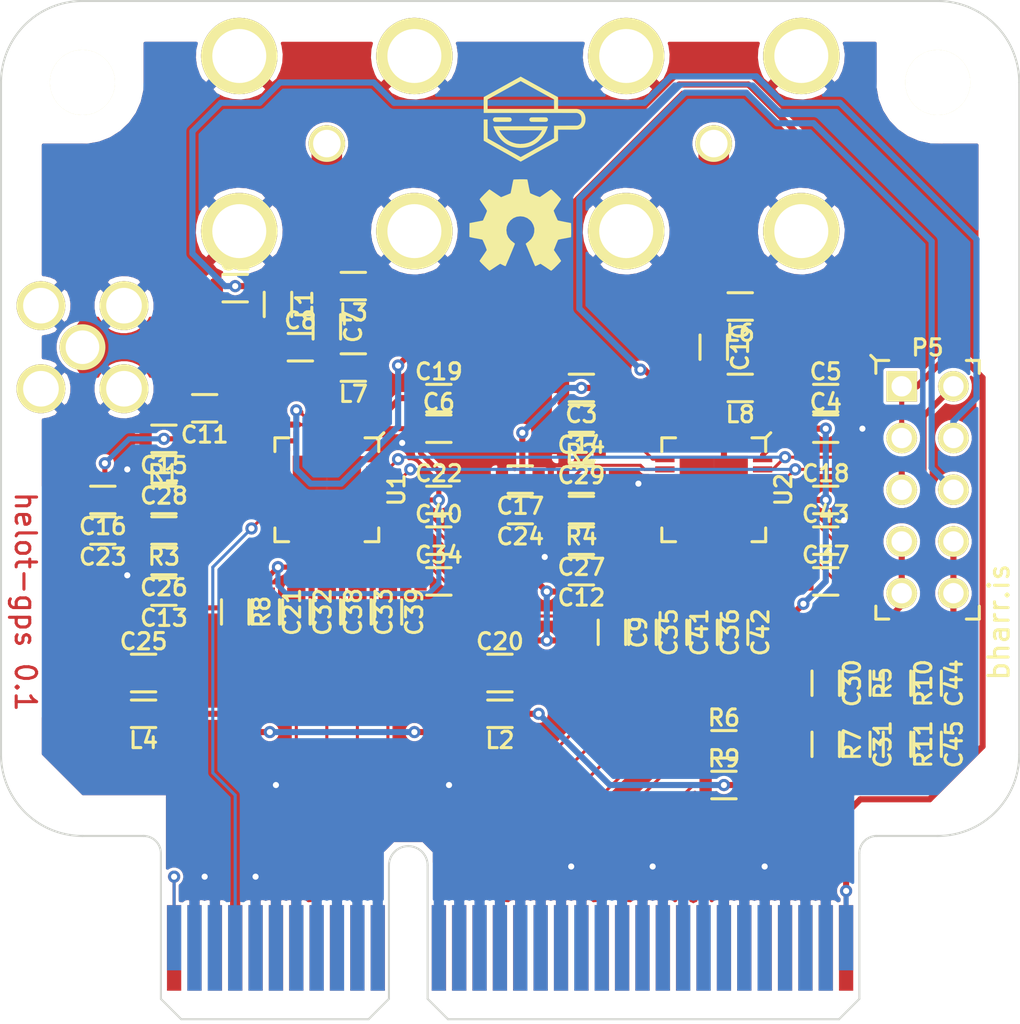
<source format=kicad_pcb>
(kicad_pcb (version 3) (host pcbnew "(2013-07-14 BZR 4242)-testing")
  (layers (15 F.Cu signal) (0 B.Cu signal) (18 B.Paste user) (19 F.Paste user) (20 B.SilkS user) (21 F.SilkS user) (22 B.Mask user) (23 F.Mask user) (28 Edge.Cuts user))
  (net 0 "")
  (net 1 /3.3V)
  (net 2 /50R_1)
  (net 3 /75R_1)
  (net 4 /75R_2)
  (net 5 /75R_3)
  (net 6 /75R_4)
  (net 7 /ANT_PWR)
  (net 8 /CLK)
  (net 9 /CLK_2)
  (net 10 /DAC1)
  (net 11 /DAC2)
  (net 12 /DP1)
  (net 13 /DP2)
  (net 14 /GC1)
  (net 15 /GC2)
  (net 16 /SCL)
  (net 17 /SDA)
  (net 18 /VCC)
  (net 19 /VCC1)
  (net 20 /VCC2)
  (net 21 GND)
  (net 22 N-000001)
  (net 23 N-0000010)
  (net 24 N-0000012)
  (net 25 N-0000015)
  (net 26 N-0000016)
  (net 27 N-0000017)
  (net 28 N-0000018)
  (net 29 N-0000019)
  (net 30 N-000002)
  (net 31 N-0000020)
  (net 32 N-0000021)
  (net 33 N-0000022)
  (net 34 N-0000023)
  (net 35 N-0000024)
  (net 36 N-0000025)
  (net 37 N-0000026)
  (net 38 N-0000027)
  (net 39 N-0000029)
  (net 40 N-000003)
  (net 41 N-0000034)
  (net 42 N-0000035)
  (net 43 N-0000036)
  (net 44 N-0000037)
  (net 45 N-000004)
  (net 46 N-0000040)
  (net 47 N-0000042)
  (net 48 N-0000043)
  (net 49 N-0000044)
  (net 50 N-0000045)
  (net 51 N-0000046)
  (net 52 N-0000047)
  (net 53 N-0000050)
  (net 54 N-0000052)
  (net 55 N-0000054)
  (net 56 N-0000055)
  (net 57 N-0000056)
  (net 58 N-0000057)
  (module edalm:CAPC1608N (layer F.Cu) (at 111.5 114.1)
    (fp_text reference C1 (at 0 -1.3) (layer F.SilkS) (effects (font (size 0.8 0.8))))
    (fp_text value 1u hide)
    (pad 1 smd rect (at -0.9 0) (size 0.6 0.9) (layers F.Cu F.Paste F.Mask) (net 21 GND))
    (pad 2 smd rect (at 0.9 0) (size 0.6 0.9) (layers F.Cu F.Paste F.Mask) (net 7 /ANT_PWR))
  )
  (module edalm:CAPC1608N (layer F.Cu) (at 128.5 119 180)
    (fp_text reference C3 (at 0 -1.3 180) (layer F.SilkS) (effects (font (size 0.8 0.8))))
    (fp_text value 1u hide)
    (pad 1 smd rect (at -0.9 0 180) (size 0.6 0.9) (layers F.Cu F.Paste F.Mask) (net 20 /VCC2))
    (pad 2 smd rect (at 0.9 0 180) (size 0.6 0.9) (layers F.Cu F.Paste F.Mask) (net 21 GND))
  )
  (module edalm:CAPC1608N (layer F.Cu) (at 140.5 121)
    (fp_text reference C4 (at 0 -1.3) (layer F.SilkS) (effects (font (size 0.8 0.8))))
    (fp_text value 1u hide)
    (pad 1 smd rect (at -0.9 0) (size 0.6 0.9) (layers F.Cu F.Paste F.Mask) (net 20 /VCC2))
    (pad 2 smd rect (at 0.9 0) (size 0.6 0.9) (layers F.Cu F.Paste F.Mask) (net 21 GND))
  )
  (module edalm:CAPC1608N (layer F.Cu) (at 140.5 119.5)
    (fp_text reference C5 (at 0 -1.3) (layer F.SilkS) (effects (font (size 0.8 0.8))))
    (fp_text value 1u hide)
    (pad 1 smd rect (at -0.9 0) (size 0.6 0.9) (layers F.Cu F.Paste F.Mask) (net 20 /VCC2))
    (pad 2 smd rect (at 0.9 0) (size 0.6 0.9) (layers F.Cu F.Paste F.Mask) (net 21 GND))
  )
  (module edalm:CAPC1608N (layer F.Cu) (at 121.5 121)
    (fp_text reference C6 (at 0 -1.3) (layer F.SilkS) (effects (font (size 0.8 0.8))))
    (fp_text value 1u hide)
    (pad 1 smd rect (at -0.9 0) (size 0.6 0.9) (layers F.Cu F.Paste F.Mask) (net 19 /VCC1))
    (pad 2 smd rect (at 0.9 0) (size 0.6 0.9) (layers F.Cu F.Paste F.Mask) (net 21 GND))
  )
  (module edalm:CAPC1608N (layer F.Cu) (at 116 116 270)
    (fp_text reference C7 (at 0 -1.3 270) (layer F.SilkS) (effects (font (size 0.8 0.8))))
    (fp_text value 2.2p hide)
    (pad 1 smd rect (at -0.9 0 270) (size 0.6 0.9) (layers F.Cu F.Paste F.Mask) (net 3 /75R_1))
    (pad 2 smd rect (at 0.9 0 270) (size 0.6 0.9) (layers F.Cu F.Paste F.Mask) (net 4 /75R_2))
  )
  (module edalm:CAPC1608N (layer F.Cu) (at 114.7 117)
    (fp_text reference C8 (at 0 -1.3) (layer F.SilkS) (effects (font (size 0.8 0.8))))
    (fp_text value 2.2p hide)
    (pad 1 smd rect (at -0.9 0) (size 0.6 0.9) (layers F.Cu F.Paste F.Mask) (net 2 /50R_1))
    (pad 2 smd rect (at 0.9 0) (size 0.6 0.9) (layers F.Cu F.Paste F.Mask) (net 4 /75R_2))
  )
  (module edalm:CAPC1608N (layer F.Cu) (at 130 131 270)
    (fp_text reference C9 (at 0 -1.3 270) (layer F.SilkS) (effects (font (size 0.8 0.8))))
    (fp_text value 1u hide)
    (pad 1 smd rect (at -0.9 0 270) (size 0.6 0.9) (layers F.Cu F.Paste F.Mask) (net 20 /VCC2))
    (pad 2 smd rect (at 0.9 0 270) (size 0.6 0.9) (layers F.Cu F.Paste F.Mask) (net 21 GND))
  )
  (module edalm:CAPC1608N (layer F.Cu) (at 135 117 270)
    (fp_text reference C10 (at 0 -1.3 270) (layer F.SilkS) (effects (font (size 0.8 0.8))))
    (fp_text value 0R hide)
    (pad 1 smd rect (at -0.9 0 270) (size 0.6 0.9) (layers F.Cu F.Paste F.Mask) (net 5 /75R_3))
    (pad 2 smd rect (at 0.9 0 270) (size 0.6 0.9) (layers F.Cu F.Paste F.Mask) (net 6 /75R_4))
  )
  (module edalm:CAPC1608N (layer F.Cu) (at 110 120 180)
    (fp_text reference C11 (at 0 -1.3 180) (layer F.SilkS) (effects (font (size 0.8 0.8))))
    (fp_text value 1u hide)
    (pad 1 smd rect (at -0.9 0 180) (size 0.6 0.9) (layers F.Cu F.Paste F.Mask) (net 19 /VCC1))
    (pad 2 smd rect (at 0.9 0 180) (size 0.6 0.9) (layers F.Cu F.Paste F.Mask) (net 21 GND))
  )
  (module edalm:CAPC1608N (layer F.Cu) (at 128.5 128 180)
    (fp_text reference C12 (at 0 -1.3 180) (layer F.SilkS) (effects (font (size 0.8 0.8))))
    (fp_text value 1u hide)
    (pad 1 smd rect (at -0.9 0 180) (size 0.6 0.9) (layers F.Cu F.Paste F.Mask) (net 20 /VCC2))
    (pad 2 smd rect (at 0.9 0 180) (size 0.6 0.9) (layers F.Cu F.Paste F.Mask) (net 21 GND))
  )
  (module edalm:CAPC1608N (layer F.Cu) (at 108 129 180)
    (fp_text reference C13 (at 0 -1.3 180) (layer F.SilkS) (effects (font (size 0.8 0.8))))
    (fp_text value 1u hide)
    (pad 1 smd rect (at -0.9 0 180) (size 0.6 0.9) (layers F.Cu F.Paste F.Mask) (net 19 /VCC1))
    (pad 2 smd rect (at 0.9 0 180) (size 0.6 0.9) (layers F.Cu F.Paste F.Mask) (net 21 GND))
  )
  (module edalm:CAPC1608N (layer F.Cu) (at 128.5 120.5 180)
    (fp_text reference C14 (at 0 -1.3 180) (layer F.SilkS) (effects (font (size 0.8 0.8))))
    (fp_text value 1u hide)
    (pad 1 smd rect (at -0.9 0 180) (size 0.6 0.9) (layers F.Cu F.Paste F.Mask) (net 20 /VCC2))
    (pad 2 smd rect (at 0.9 0 180) (size 0.6 0.9) (layers F.Cu F.Paste F.Mask) (net 21 GND))
  )
  (module edalm:CAPC1608N (layer F.Cu) (at 108 121.5 180)
    (fp_text reference C15 (at 0 -1.3 180) (layer F.SilkS) (effects (font (size 0.8 0.8))))
    (fp_text value 1u hide)
    (pad 1 smd rect (at -0.9 0 180) (size 0.6 0.9) (layers F.Cu F.Paste F.Mask) (net 19 /VCC1))
    (pad 2 smd rect (at 0.9 0 180) (size 0.6 0.9) (layers F.Cu F.Paste F.Mask) (net 21 GND))
  )
  (module edalm:CAPC1608N (layer F.Cu) (at 105 124.5 180)
    (fp_text reference C16 (at 0 -1.3 180) (layer F.SilkS) (effects (font (size 0.8 0.8))))
    (fp_text value 100p hide)
    (pad 1 smd rect (at -0.9 0 180) (size 0.6 0.9) (layers F.Cu F.Paste F.Mask) (net 47 N-0000042))
    (pad 2 smd rect (at 0.9 0 180) (size 0.6 0.9) (layers F.Cu F.Paste F.Mask) (net 21 GND))
  )
  (module edalm:CAPC1608N (layer F.Cu) (at 125.5 123.5 180)
    (fp_text reference C17 (at 0 -1.3 180) (layer F.SilkS) (effects (font (size 0.8 0.8))))
    (fp_text value 100p hide)
    (pad 1 smd rect (at -0.9 0 180) (size 0.6 0.9) (layers F.Cu F.Paste F.Mask) (net 39 N-0000029))
    (pad 2 smd rect (at 0.9 0 180) (size 0.6 0.9) (layers F.Cu F.Paste F.Mask) (net 21 GND))
  )
  (module edalm:CAPC1608N (layer F.Cu) (at 140.5 124.5)
    (fp_text reference C18 (at 0 -1.3) (layer F.SilkS) (effects (font (size 0.8 0.8))))
    (fp_text value 1u hide)
    (pad 1 smd rect (at -0.9 0) (size 0.6 0.9) (layers F.Cu F.Paste F.Mask) (net 20 /VCC2))
    (pad 2 smd rect (at 0.9 0) (size 0.6 0.9) (layers F.Cu F.Paste F.Mask) (net 21 GND))
  )
  (module edalm:CAPC1608N (layer F.Cu) (at 121.5 119.5)
    (fp_text reference C19 (at 0 -1.3) (layer F.SilkS) (effects (font (size 0.8 0.8))))
    (fp_text value 1u hide)
    (pad 1 smd rect (at -0.9 0) (size 0.6 0.9) (layers F.Cu F.Paste F.Mask) (net 19 /VCC1))
    (pad 2 smd rect (at 0.9 0) (size 0.6 0.9) (layers F.Cu F.Paste F.Mask) (net 21 GND))
  )
  (module edalm:CAPC2012N (layer F.Cu) (at 124.5 133)
    (fp_text reference C20 (at 0 -1.55) (layer F.SilkS) (effects (font (size 0.8 0.8))))
    (fp_text value 22u hide)
    (pad 1 smd rect (at -1 0) (size 0.8 1.4) (layers F.Cu F.Paste F.Mask) (net 20 /VCC2))
    (pad 2 smd rect (at 1 0) (size 0.8 1.4) (layers F.Cu F.Paste F.Mask) (net 21 GND))
  )
  (module edalm:CAPC1608N (layer F.Cu) (at 113 130 270)
    (fp_text reference C21 (at 0 -1.3 270) (layer F.SilkS) (effects (font (size 0.8 0.8))))
    (fp_text value 1u hide)
    (pad 1 smd rect (at -0.9 0 270) (size 0.6 0.9) (layers F.Cu F.Paste F.Mask) (net 19 /VCC1))
    (pad 2 smd rect (at 0.9 0 270) (size 0.6 0.9) (layers F.Cu F.Paste F.Mask) (net 21 GND))
  )
  (module edalm:CAPC1608N (layer F.Cu) (at 121.5 124.5)
    (fp_text reference C22 (at 0 -1.3) (layer F.SilkS) (effects (font (size 0.8 0.8))))
    (fp_text value 1u hide)
    (pad 1 smd rect (at -0.9 0) (size 0.6 0.9) (layers F.Cu F.Paste F.Mask) (net 19 /VCC1))
    (pad 2 smd rect (at 0.9 0) (size 0.6 0.9) (layers F.Cu F.Paste F.Mask) (net 21 GND))
  )
  (module edalm:CAPC1608N (layer F.Cu) (at 105 126 180)
    (fp_text reference C23 (at 0 -1.3 180) (layer F.SilkS) (effects (font (size 0.8 0.8))))
    (fp_text value 33n hide)
    (pad 1 smd rect (at -0.9 0 180) (size 0.6 0.9) (layers F.Cu F.Paste F.Mask) (net 53 N-0000050))
    (pad 2 smd rect (at 0.9 0 180) (size 0.6 0.9) (layers F.Cu F.Paste F.Mask) (net 21 GND))
  )
  (module edalm:CAPC1608N (layer F.Cu) (at 125.5 125 180)
    (fp_text reference C24 (at 0 -1.3 180) (layer F.SilkS) (effects (font (size 0.8 0.8))))
    (fp_text value 33n hide)
    (pad 1 smd rect (at -0.9 0 180) (size 0.6 0.9) (layers F.Cu F.Paste F.Mask) (net 37 N-0000026))
    (pad 2 smd rect (at 0.9 0 180) (size 0.6 0.9) (layers F.Cu F.Paste F.Mask) (net 21 GND))
  )
  (module edalm:CAPC2012N (layer F.Cu) (at 107 133)
    (fp_text reference C25 (at 0 -1.55) (layer F.SilkS) (effects (font (size 0.8 0.8))))
    (fp_text value 22u hide)
    (pad 1 smd rect (at -1 0) (size 0.8 1.4) (layers F.Cu F.Paste F.Mask) (net 19 /VCC1))
    (pad 2 smd rect (at 1 0) (size 0.8 1.4) (layers F.Cu F.Paste F.Mask) (net 21 GND))
  )
  (module edalm:CAPC1608N (layer F.Cu) (at 108 127.5 180)
    (fp_text reference C26 (at 0 -1.3 180) (layer F.SilkS) (effects (font (size 0.8 0.8))))
    (fp_text value 2.2n hide)
    (pad 1 smd rect (at -0.9 0 180) (size 0.6 0.9) (layers F.Cu F.Paste F.Mask) (net 52 N-0000047))
    (pad 2 smd rect (at 0.9 0 180) (size 0.6 0.9) (layers F.Cu F.Paste F.Mask) (net 21 GND))
  )
  (module edalm:CAPC1608N (layer F.Cu) (at 128.5 126.5 180)
    (fp_text reference C27 (at 0 -1.3 180) (layer F.SilkS) (effects (font (size 0.8 0.8))))
    (fp_text value 2.2n hide)
    (pad 1 smd rect (at -0.9 0 180) (size 0.6 0.9) (layers F.Cu F.Paste F.Mask) (net 36 N-0000025))
    (pad 2 smd rect (at 0.9 0 180) (size 0.6 0.9) (layers F.Cu F.Paste F.Mask) (net 21 GND))
  )
  (module edalm:CAPC1608N (layer F.Cu) (at 108 123 180)
    (fp_text reference C28 (at 0 -1.3 180) (layer F.SilkS) (effects (font (size 0.8 0.8))))
    (fp_text value 1u hide)
    (pad 1 smd rect (at -0.9 0 180) (size 0.6 0.9) (layers F.Cu F.Paste F.Mask) (net 58 N-0000057))
    (pad 2 smd rect (at 0.9 0 180) (size 0.6 0.9) (layers F.Cu F.Paste F.Mask) (net 21 GND))
  )
  (module edalm:CAPC1608N (layer F.Cu) (at 128.5 122 180)
    (fp_text reference C29 (at 0 -1.3 180) (layer F.SilkS) (effects (font (size 0.8 0.8))))
    (fp_text value 1u hide)
    (pad 1 smd rect (at -0.9 0 180) (size 0.6 0.9) (layers F.Cu F.Paste F.Mask) (net 38 N-0000027))
    (pad 2 smd rect (at 0.9 0 180) (size 0.6 0.9) (layers F.Cu F.Paste F.Mask) (net 21 GND))
  )
  (module edalm:CAPC1608N (layer F.Cu) (at 140.5 133.5 270)
    (fp_text reference C30 (at 0 -1.3 270) (layer F.SilkS) (effects (font (size 0.8 0.8))))
    (fp_text value 1u hide)
    (pad 1 smd rect (at -0.9 0 270) (size 0.6 0.9) (layers F.Cu F.Paste F.Mask) (net 10 /DAC1))
    (pad 2 smd rect (at 0.9 0 270) (size 0.6 0.9) (layers F.Cu F.Paste F.Mask) (net 21 GND))
  )
  (module edalm:CAPC1608N (layer F.Cu) (at 142 136.5 270)
    (fp_text reference C31 (at 0 -1.3 270) (layer F.SilkS) (effects (font (size 0.8 0.8))))
    (fp_text value 1u hide)
    (pad 1 smd rect (at -0.9 0 270) (size 0.6 0.9) (layers F.Cu F.Paste F.Mask) (net 26 N-0000016))
    (pad 2 smd rect (at 0.9 0 270) (size 0.6 0.9) (layers F.Cu F.Paste F.Mask) (net 21 GND))
  )
  (module edalm:CAPC1608N (layer F.Cu) (at 114.5 130 270)
    (fp_text reference C32 (at 0 -1.3 270) (layer F.SilkS) (effects (font (size 0.8 0.8))))
    (fp_text value 47n hide)
    (pad 1 smd rect (at -0.9 0 270) (size 0.6 0.9) (layers F.Cu F.Paste F.Mask) (net 55 N-0000054))
    (pad 2 smd rect (at 0.9 0 270) (size 0.6 0.9) (layers F.Cu F.Paste F.Mask) (net 44 N-0000037))
  )
  (module edalm:CAPC1608N (layer F.Cu) (at 117.5 130 270)
    (fp_text reference C33 (at 0 -1.3 270) (layer F.SilkS) (effects (font (size 0.8 0.8))))
    (fp_text value 47n hide)
    (pad 1 smd rect (at -0.9 0 270) (size 0.6 0.9) (layers F.Cu F.Paste F.Mask) (net 57 N-0000056))
    (pad 2 smd rect (at 0.9 0 270) (size 0.6 0.9) (layers F.Cu F.Paste F.Mask) (net 42 N-0000035))
  )
  (module edalm:CAPC1608N (layer F.Cu) (at 121.5 128.5)
    (fp_text reference C34 (at 0 -1.3) (layer F.SilkS) (effects (font (size 0.8 0.8))))
    (fp_text value 47n hide)
    (pad 1 smd rect (at -0.9 0) (size 0.6 0.9) (layers F.Cu F.Paste F.Mask) (net 51 N-0000046))
    (pad 2 smd rect (at 0.9 0) (size 0.6 0.9) (layers F.Cu F.Paste F.Mask) (net 48 N-0000043))
  )
  (module edalm:CAPC1608N (layer F.Cu) (at 131.5 131 270)
    (fp_text reference C35 (at 0 -1.3 270) (layer F.SilkS) (effects (font (size 0.8 0.8))))
    (fp_text value 47n hide)
    (pad 1 smd rect (at -0.9 0 270) (size 0.6 0.9) (layers F.Cu F.Paste F.Mask) (net 28 N-0000018))
    (pad 2 smd rect (at 0.9 0 270) (size 0.6 0.9) (layers F.Cu F.Paste F.Mask) (net 45 N-000004))
  )
  (module edalm:CAPC1608N (layer F.Cu) (at 134.5 131 270)
    (fp_text reference C36 (at 0 -1.3 270) (layer F.SilkS) (effects (font (size 0.8 0.8))))
    (fp_text value 47n hide)
    (pad 1 smd rect (at -0.9 0 270) (size 0.6 0.9) (layers F.Cu F.Paste F.Mask) (net 29 N-0000019))
    (pad 2 smd rect (at 0.9 0 270) (size 0.6 0.9) (layers F.Cu F.Paste F.Mask) (net 30 N-000002))
  )
  (module edalm:CAPC1608N (layer F.Cu) (at 140.5 128.5)
    (fp_text reference C37 (at 0 -1.3) (layer F.SilkS) (effects (font (size 0.8 0.8))))
    (fp_text value 47n hide)
    (pad 1 smd rect (at -0.9 0) (size 0.6 0.9) (layers F.Cu F.Paste F.Mask) (net 31 N-0000020))
    (pad 2 smd rect (at 0.9 0) (size 0.6 0.9) (layers F.Cu F.Paste F.Mask) (net 27 N-0000017))
  )
  (module edalm:CAPC1608N (layer F.Cu) (at 116 130 270)
    (fp_text reference C38 (at 0 -1.3 270) (layer F.SilkS) (effects (font (size 0.8 0.8))))
    (fp_text value 47n hide)
    (pad 1 smd rect (at -0.9 0 270) (size 0.6 0.9) (layers F.Cu F.Paste F.Mask) (net 56 N-0000055))
    (pad 2 smd rect (at 0.9 0 270) (size 0.6 0.9) (layers F.Cu F.Paste F.Mask) (net 43 N-0000036))
  )
  (module edalm:CAPC1608N (layer F.Cu) (at 119 130 270)
    (fp_text reference C39 (at 0 -1.3 270) (layer F.SilkS) (effects (font (size 0.8 0.8))))
    (fp_text value 47n hide)
    (pad 1 smd rect (at -0.9 0 270) (size 0.6 0.9) (layers F.Cu F.Paste F.Mask) (net 50 N-0000045))
    (pad 2 smd rect (at 0.9 0 270) (size 0.6 0.9) (layers F.Cu F.Paste F.Mask) (net 41 N-0000034))
  )
  (module edalm:CAPC1608N (layer F.Cu) (at 121.5 126.5)
    (fp_text reference C40 (at 0 -1.3) (layer F.SilkS) (effects (font (size 0.8 0.8))))
    (fp_text value 47n hide)
    (pad 1 smd rect (at -0.9 0) (size 0.6 0.9) (layers F.Cu F.Paste F.Mask) (net 49 N-0000044))
    (pad 2 smd rect (at 0.9 0) (size 0.6 0.9) (layers F.Cu F.Paste F.Mask) (net 54 N-0000052))
  )
  (module edalm:CAPC1608N (layer F.Cu) (at 133 131 270)
    (fp_text reference C41 (at 0 -1.3 270) (layer F.SilkS) (effects (font (size 0.8 0.8))))
    (fp_text value 47n hide)
    (pad 1 smd rect (at -0.9 0 270) (size 0.6 0.9) (layers F.Cu F.Paste F.Mask) (net 35 N-0000024))
    (pad 2 smd rect (at 0.9 0 270) (size 0.6 0.9) (layers F.Cu F.Paste F.Mask) (net 40 N-000003))
  )
  (module edalm:CAPC1608N (layer F.Cu) (at 136 131 270)
    (fp_text reference C42 (at 0 -1.3 270) (layer F.SilkS) (effects (font (size 0.8 0.8))))
    (fp_text value 47n hide)
    (pad 1 smd rect (at -0.9 0 270) (size 0.6 0.9) (layers F.Cu F.Paste F.Mask) (net 34 N-0000023))
    (pad 2 smd rect (at 0.9 0 270) (size 0.6 0.9) (layers F.Cu F.Paste F.Mask) (net 22 N-000001))
  )
  (module edalm:CAPC1608N (layer F.Cu) (at 140.5 126.5)
    (fp_text reference C43 (at 0 -1.3) (layer F.SilkS) (effects (font (size 0.8 0.8))))
    (fp_text value 47n hide)
    (pad 1 smd rect (at -0.9 0) (size 0.6 0.9) (layers F.Cu F.Paste F.Mask) (net 32 N-0000021))
    (pad 2 smd rect (at 0.9 0) (size 0.6 0.9) (layers F.Cu F.Paste F.Mask) (net 33 N-0000022))
  )
  (module edalm:CAPC1608N (layer F.Cu) (at 145.5 133.5 270)
    (fp_text reference C44 (at 0 -1.3 270) (layer F.SilkS) (effects (font (size 0.8 0.8))))
    (fp_text value 1u hide)
    (pad 1 smd rect (at -0.9 0 270) (size 0.6 0.9) (layers F.Cu F.Paste F.Mask) (net 11 /DAC2))
    (pad 2 smd rect (at 0.9 0 270) (size 0.6 0.9) (layers F.Cu F.Paste F.Mask) (net 21 GND))
  )
  (module edalm:CAPC1608N (layer F.Cu) (at 145.5 136.5 270)
    (fp_text reference C45 (at 0 -1.3 270) (layer F.SilkS) (effects (font (size 0.8 0.8))))
    (fp_text value 1u hide)
    (pad 1 smd rect (at -0.9 0 270) (size 0.6 0.9) (layers F.Cu F.Paste F.Mask) (net 24 N-0000012))
    (pad 2 smd rect (at 0.9 0 270) (size 0.6 0.9) (layers F.Cu F.Paste F.Mask) (net 21 GND))
  )
  (module edalm:INDC1608N (layer F.Cu) (at 113.6 114.9 270)
    (fp_text reference L1 (at 0 -1.3 270) (layer F.SilkS) (effects (font (size 0.8 0.8))))
    (fp_text value 33n hide)
    (pad 1 smd rect (at -0.9 0 270) (size 0.6 0.9) (layers F.Cu F.Paste F.Mask) (net 7 /ANT_PWR))
    (pad 2 smd rect (at 0.9 0 270) (size 0.6 0.9) (layers F.Cu F.Paste F.Mask) (net 2 /50R_1))
  )
  (module edalm:INDC1608N (layer F.Cu) (at 124.5 135 180)
    (fp_text reference L2 (at 0 -1.3 180) (layer F.SilkS) (effects (font (size 0.8 0.8))))
    (fp_text value FBlow hide)
    (pad 1 smd rect (at -0.9 0 180) (size 0.6 0.9) (layers F.Cu F.Paste F.Mask) (net 18 /VCC))
    (pad 2 smd rect (at 0.9 0 180) (size 0.6 0.9) (layers F.Cu F.Paste F.Mask) (net 20 /VCC2))
  )
  (module edalm:INDC1608N (layer F.Cu) (at 117.3 114 180)
    (fp_text reference L3 (at 0 -1.3 180) (layer F.SilkS) (effects (font (size 0.8 0.8))))
    (fp_text value 22n hide)
    (pad 1 smd rect (at -0.9 0 180) (size 0.6 0.9) (layers F.Cu F.Paste F.Mask) (net 21 GND))
    (pad 2 smd rect (at 0.9 0 180) (size 0.6 0.9) (layers F.Cu F.Paste F.Mask) (net 3 /75R_1))
  )
  (module edalm:INDC1608N (layer F.Cu) (at 107 135 180)
    (fp_text reference L4 (at 0 -1.3 180) (layer F.SilkS) (effects (font (size 0.8 0.8))))
    (fp_text value FBlow hide)
    (pad 1 smd rect (at -0.9 0 180) (size 0.6 0.9) (layers F.Cu F.Paste F.Mask) (net 18 /VCC))
    (pad 2 smd rect (at 0.9 0 180) (size 0.6 0.9) (layers F.Cu F.Paste F.Mask) (net 19 /VCC1))
  )
  (module edalm:INDC1608N (layer F.Cu) (at 136.3 115 180)
    (fp_text reference L6 (at 0 -1.3 180) (layer F.SilkS) (effects (font (size 0.8 0.8))))
    (fp_text value NC hide)
    (pad 1 smd rect (at -0.9 0 180) (size 0.6 0.9) (layers F.Cu F.Paste F.Mask) (net 21 GND))
    (pad 2 smd rect (at 0.9 0 180) (size 0.6 0.9) (layers F.Cu F.Paste F.Mask) (net 5 /75R_3))
  )
  (module edalm:INDC1608N (layer F.Cu) (at 117.3 118 180)
    (fp_text reference L7 (at 0 -1.3 180) (layer F.SilkS) (effects (font (size 0.8 0.8))))
    (fp_text value 10n/22n hide)
    (pad 1 smd rect (at -0.9 0 180) (size 0.6 0.9) (layers F.Cu F.Paste F.Mask) (net 21 GND))
    (pad 2 smd rect (at 0.9 0 180) (size 0.6 0.9) (layers F.Cu F.Paste F.Mask) (net 4 /75R_2))
  )
  (module edalm:INDC1608N (layer F.Cu) (at 136.3 119 180)
    (fp_text reference L8 (at 0 -1.3 180) (layer F.SilkS) (effects (font (size 0.8 0.8))))
    (fp_text value NC hide)
    (pad 1 smd rect (at -0.9 0 180) (size 0.6 0.9) (layers F.Cu F.Paste F.Mask) (net 21 GND))
    (pad 2 smd rect (at 0.9 0 180) (size 0.6 0.9) (layers F.Cu F.Paste F.Mask) (net 6 /75R_4))
  )
  (module edalm:TE_1814832 (layer F.Cu) (at 104 117)
    (fp_text reference P1 hide)
    (fp_text value SMA_1 hide)
    (pad 1 thru_hole circle (at 0 0) (size 2.25 2.25) (drill 1.65) (layers *.Cu *.Mask F.Paste F.SilkS) (net 2 /50R_1))
    (pad 2 thru_hole circle (at -2.04 -2.04) (size 2.4 2.4) (drill 1.75) (layers *.Cu *.Mask F.Paste F.SilkS) (net 21 GND))
    (pad 2 thru_hole circle (at 2.04 -2.04) (size 2.4 2.4) (drill 1.75) (layers *.Cu *.Mask F.Paste F.SilkS) (net 21 GND))
    (pad 2 thru_hole circle (at -2.04 2.04) (size 2.4 2.4) (drill 1.75) (layers *.Cu *.Mask F.Paste F.SilkS) (net 21 GND))
    (pad 2 thru_hole circle (at 2.04 2.04) (size 2.4 2.4) (drill 1.75) (layers *.Cu *.Mask F.Paste F.SilkS) (net 21 GND))
  )
  (module edalm:MOLEX_7330_0030 (layer F.Cu) (at 116 107)
    (fp_text reference P2 hide)
    (fp_text value FCONN_1 hide)
    (pad 1 thru_hole circle (at 0 0) (size 1.8 1.8) (drill 1.35) (layers *.Cu *.Mask F.Paste F.SilkS) (net 3 /75R_1))
    (pad 2 thru_hole circle (at -4.3 -4.3) (size 3.75 3.75) (drill 2.65) (layers *.Cu *.Mask F.Paste F.SilkS) (net 21 GND))
    (pad 2 thru_hole circle (at 4.3 -4.3) (size 3.75 3.75) (drill 2.65) (layers *.Cu *.Mask F.Paste F.SilkS) (net 21 GND))
    (pad 2 thru_hole circle (at -4.3 4.3) (size 3.75 3.75) (drill 2.65) (layers *.Cu *.Mask F.Paste F.SilkS) (net 21 GND))
    (pad 2 thru_hole circle (at 4.3 4.3) (size 3.75 3.75) (drill 2.65) (layers *.Cu *.Mask F.Paste F.SilkS) (net 21 GND))
  )
  (module edalm:MOLEX_7330_0030 (layer F.Cu) (at 135 107)
    (fp_text reference P3 hide)
    (fp_text value FCONN_2 hide)
    (pad 1 thru_hole circle (at 0 0) (size 1.8 1.8) (drill 1.35) (layers *.Cu *.Mask F.Paste F.SilkS) (net 5 /75R_3))
    (pad 2 thru_hole circle (at -4.3 -4.3) (size 3.75 3.75) (drill 2.65) (layers *.Cu *.Mask F.Paste F.SilkS) (net 21 GND))
    (pad 2 thru_hole circle (at 4.3 -4.3) (size 3.75 3.75) (drill 2.65) (layers *.Cu *.Mask F.Paste F.SilkS) (net 21 GND))
    (pad 2 thru_hole circle (at -4.3 4.3) (size 3.75 3.75) (drill 2.65) (layers *.Cu *.Mask F.Paste F.SilkS) (net 21 GND))
    (pad 2 thru_hole circle (at 4.3 4.3) (size 3.75 3.75) (drill 2.65) (layers *.Cu *.Mask F.Paste F.SilkS) (net 21 GND))
  )
  (module edalm:HEADER254P2X5 (layer F.Cu) (at 145.5 124)
    (fp_text reference P5 (at 0 -6.975) (layer F.SilkS) (effects (font (size 0.8 0.8))))
    (fp_text value HEADER hide)
    (pad 1 thru_hole rect (at -1.27 -5.08) (size 1.5 1.5) (drill 1) (layers *.Cu *.Mask F.Paste F.SilkS) (net 1 /3.3V))
    (pad 2 thru_hole circle (at 1.27 -5.08) (size 1.5 1.5) (drill 1) (layers *.Cu *.Mask F.Paste F.SilkS) (net 18 /VCC))
    (pad 3 thru_hole circle (at -1.27 -2.54) (size 1.5 1.5) (drill 1) (layers *.Cu *.Mask F.Paste F.SilkS) (net 1 /3.3V))
    (pad 4 thru_hole circle (at 1.27 -2.54) (size 1.5 1.5) (drill 1) (layers *.Cu *.Mask F.Paste F.SilkS) (net 7 /ANT_PWR))
    (pad 5 thru_hole circle (at -1.27 0) (size 1.5 1.5) (drill 1) (layers *.Cu *.Mask F.Paste F.SilkS) (net 14 /GC1))
    (pad 6 thru_hole circle (at 1.27 0) (size 1.5 1.5) (drill 1) (layers *.Cu *.Mask F.Paste F.SilkS) (net 15 /GC2))
    (pad 7 thru_hole circle (at -1.27 2.54) (size 1.5 1.5) (drill 1) (layers *.Cu *.Mask F.Paste F.SilkS) (net 10 /DAC1))
    (pad 8 thru_hole circle (at 1.27 2.54) (size 1.5 1.5) (drill 1) (layers *.Cu *.Mask F.Paste F.SilkS) (net 11 /DAC2))
    (pad 9 thru_hole circle (at -1.27 5.08) (size 1.5 1.5) (drill 1) (layers *.Cu *.Mask F.Paste F.SilkS) (net 10 /DAC1))
    (pad 10 thru_hole circle (at 1.27 5.08) (size 1.5 1.5) (drill 1) (layers *.Cu *.Mask F.Paste F.SilkS) (net 11 /DAC2))
  )
  (module edalm:RESC1608N (layer F.Cu) (at 108 124.5)
    (fp_text reference R1 (at 0 -1.3) (layer F.SilkS) (effects (font (size 0.8 0.8))))
    (fp_text value 820 hide)
    (pad 1 smd rect (at -0.9 0) (size 0.6 0.9) (layers F.Cu F.Paste F.Mask) (net 47 N-0000042))
    (pad 2 smd rect (at 0.9 0) (size 0.6 0.9) (layers F.Cu F.Paste F.Mask) (net 52 N-0000047))
  )
  (module edalm:RESC1608N (layer F.Cu) (at 128.5 123.5)
    (fp_text reference R2 (at 0 -1.3) (layer F.SilkS) (effects (font (size 0.8 0.8))))
    (fp_text value 820 hide)
    (pad 1 smd rect (at -0.9 0) (size 0.6 0.9) (layers F.Cu F.Paste F.Mask) (net 39 N-0000029))
    (pad 2 smd rect (at 0.9 0) (size 0.6 0.9) (layers F.Cu F.Paste F.Mask) (net 36 N-0000025))
  )
  (module edalm:RESC1608N (layer F.Cu) (at 108 126 180)
    (fp_text reference R3 (at 0 -1.3 180) (layer F.SilkS) (effects (font (size 0.8 0.8))))
    (fp_text value 390 hide)
    (pad 1 smd rect (at -0.9 0 180) (size 0.6 0.9) (layers F.Cu F.Paste F.Mask) (net 52 N-0000047))
    (pad 2 smd rect (at 0.9 0 180) (size 0.6 0.9) (layers F.Cu F.Paste F.Mask) (net 53 N-0000050))
  )
  (module edalm:RESC1608N (layer F.Cu) (at 128.5 125 180)
    (fp_text reference R4 (at 0 -1.3 180) (layer F.SilkS) (effects (font (size 0.8 0.8))))
    (fp_text value 390 hide)
    (pad 1 smd rect (at -0.9 0 180) (size 0.6 0.9) (layers F.Cu F.Paste F.Mask) (net 36 N-0000025))
    (pad 2 smd rect (at 0.9 0 180) (size 0.6 0.9) (layers F.Cu F.Paste F.Mask) (net 37 N-0000026))
  )
  (module edalm:RESC1608N (layer F.Cu) (at 142 133.5 270)
    (fp_text reference R5 (at 0 -1.3 270) (layer F.SilkS) (effects (font (size 0.8 0.8))))
    (fp_text value 100k hide)
    (pad 1 smd rect (at -0.9 0 270) (size 0.6 0.9) (layers F.Cu F.Paste F.Mask) (net 10 /DAC1))
    (pad 2 smd rect (at 0.9 0 270) (size 0.6 0.9) (layers F.Cu F.Paste F.Mask) (net 26 N-0000016))
  )
  (module edalm:RESC1608N (layer F.Cu) (at 135.5 136.5)
    (fp_text reference R6 (at 0 -1.3) (layer F.SilkS) (effects (font (size 0.8 0.8))))
    (fp_text value 1k hide)
    (pad 1 smd rect (at -0.9 0) (size 0.6 0.9) (layers F.Cu F.Paste F.Mask) (net 17 /SDA))
    (pad 2 smd rect (at 0.9 0) (size 0.6 0.9) (layers F.Cu F.Paste F.Mask) (net 18 /VCC))
  )
  (module edalm:RESC1608N (layer F.Cu) (at 140.5 136.5 270)
    (fp_text reference R7 (at 0 -1.3 270) (layer F.SilkS) (effects (font (size 0.8 0.8))))
    (fp_text value 100k hide)
    (pad 1 smd rect (at -0.9 0 270) (size 0.6 0.9) (layers F.Cu F.Paste F.Mask) (net 26 N-0000016))
    (pad 2 smd rect (at 0.9 0 270) (size 0.6 0.9) (layers F.Cu F.Paste F.Mask) (net 12 /DP1))
  )
  (module edalm:RESC1608N (layer F.Cu) (at 111.5 130 270)
    (fp_text reference R8 (at 0 -1.3 270) (layer F.SilkS) (effects (font (size 0.8 0.8))))
    (fp_text value 33 hide)
    (pad 1 smd rect (at -0.9 0 270) (size 0.6 0.9) (layers F.Cu F.Paste F.Mask) (net 25 N-0000015))
    (pad 2 smd rect (at 0.9 0 270) (size 0.6 0.9) (layers F.Cu F.Paste F.Mask) (net 9 /CLK_2))
  )
  (module edalm:RESC1608N (layer F.Cu) (at 135.5 138.5)
    (fp_text reference R9 (at 0 -1.3) (layer F.SilkS) (effects (font (size 0.8 0.8))))
    (fp_text value 1k hide)
    (pad 1 smd rect (at -0.9 0) (size 0.6 0.9) (layers F.Cu F.Paste F.Mask) (net 16 /SCL))
    (pad 2 smd rect (at 0.9 0) (size 0.6 0.9) (layers F.Cu F.Paste F.Mask) (net 18 /VCC))
  )
  (module edalm:RESC1608N (layer F.Cu) (at 144 133.5 270)
    (fp_text reference R10 (at 0 -1.3 270) (layer F.SilkS) (effects (font (size 0.8 0.8))))
    (fp_text value 100k hide)
    (pad 1 smd rect (at -0.9 0 270) (size 0.6 0.9) (layers F.Cu F.Paste F.Mask) (net 11 /DAC2))
    (pad 2 smd rect (at 0.9 0 270) (size 0.6 0.9) (layers F.Cu F.Paste F.Mask) (net 24 N-0000012))
  )
  (module edalm:RESC1608N (layer F.Cu) (at 144 136.5 270)
    (fp_text reference R11 (at 0 -1.3 270) (layer F.SilkS) (effects (font (size 0.8 0.8))))
    (fp_text value 100k hide)
    (pad 1 smd rect (at -0.9 0 270) (size 0.6 0.9) (layers F.Cu F.Paste F.Mask) (net 24 N-0000012))
    (pad 2 smd rect (at 0.9 0 270) (size 0.6 0.9) (layers F.Cu F.Paste F.Mask) (net 13 /DP2))
  )
  (module edalm:MAX2112 (layer F.Cu) (at 116 124 270)
    (fp_text reference U1 (at 0 -3.425 270) (layer F.SilkS) (effects (font (size 0.8 0.8))))
    (fp_text value MAX2112 hide)
    (pad 1 smd rect (at -2.4 -1.5 270) (size 0.95 0.3) (layers F.Cu F.Paste F.Mask) (net 19 /VCC1))
    (pad 2 smd rect (at -2.4 -1 270) (size 0.95 0.3) (layers F.Cu F.Paste F.Mask) (net 19 /VCC1))
    (pad 3 smd rect (at -2.4 -0.5 270) (size 0.95 0.3) (layers F.Cu F.Paste F.Mask) (net 21 GND))
    (pad 4 smd rect (at -2.4 0 270) (size 0.95 0.3) (layers F.Cu F.Paste F.Mask) (net 4 /75R_2))
    (pad 5 smd rect (at -2.4 0.5 270) (size 0.95 0.3) (layers F.Cu F.Paste F.Mask) (net 14 /GC1))
    (pad 6 smd rect (at -2.4 1 270) (size 0.95 0.3) (layers F.Cu F.Paste F.Mask) (net 19 /VCC1))
    (pad 7 smd rect (at -2.4 1.5 270) (size 0.95 0.3) (layers F.Cu F.Paste F.Mask) (net 19 /VCC1))
    (pad 15 smd rect (at 2.4 1.5 270) (size 0.95 0.3) (layers F.Cu F.Paste F.Mask) (net 25 N-0000015))
    (pad 16 smd rect (at 2.4 1 270) (size 0.95 0.3) (layers F.Cu F.Paste F.Mask) (net 19 /VCC1))
    (pad 17 smd rect (at 2.4 0.5 270) (size 0.95 0.3) (layers F.Cu F.Paste F.Mask) (net 55 N-0000054))
    (pad 18 smd rect (at 2.4 0 270) (size 0.95 0.3) (layers F.Cu F.Paste F.Mask) (net 56 N-0000055))
    (pad 19 smd rect (at 2.4 -0.5 270) (size 0.95 0.3) (layers F.Cu F.Paste F.Mask) (net 57 N-0000056))
    (pad 20 smd rect (at 2.4 -1 270) (size 0.95 0.3) (layers F.Cu F.Paste F.Mask) (net 50 N-0000045))
    (pad 21 smd rect (at 2.4 -1.5 270) (size 0.95 0.3) (layers F.Cu F.Paste F.Mask) (net 51 N-0000046))
    (pad 8 smd rect (at -1.5 2.4 270) (size 0.3 0.95) (layers F.Cu F.Paste F.Mask) (net 58 N-0000057))
    (pad 9 smd rect (at -1 2.4 270) (size 0.3 0.95) (layers F.Cu F.Paste F.Mask) (net 47 N-0000042))
    (pad 10 smd rect (at -0.5 2.4 270) (size 0.3 0.95) (layers F.Cu F.Paste F.Mask) (net 21 GND))
    (pad 11 smd rect (at 0 2.4 270) (size 0.3 0.95) (layers F.Cu F.Paste F.Mask) (net 21 GND))
    (pad 12 smd rect (at 0.5 2.4 270) (size 0.3 0.95) (layers F.Cu F.Paste F.Mask) (net 52 N-0000047))
    (pad 13 smd rect (at 1 2.4 270) (size 0.3 0.95) (layers F.Cu F.Paste F.Mask) (net 19 /VCC1))
    (pad 14 smd rect (at 1.5 2.4 270) (size 0.3 0.95) (layers F.Cu F.Paste F.Mask) (net 8 /CLK))
    (pad 22 smd rect (at 1.5 -2.4 270) (size 0.3 0.95) (layers F.Cu F.Paste F.Mask) (net 48 N-0000043))
    (pad 23 smd rect (at 1 -2.4 270) (size 0.3 0.95) (layers F.Cu F.Paste F.Mask) (net 49 N-0000044))
    (pad 24 smd rect (at 0.5 -2.4 270) (size 0.3 0.95) (layers F.Cu F.Paste F.Mask) (net 54 N-0000052))
    (pad 25 smd rect (at 0 -2.4 270) (size 0.3 0.95) (layers F.Cu F.Paste F.Mask) (net 19 /VCC1))
    (pad 26 smd rect (at -0.5 -2.4 270) (size 0.3 0.95) (layers F.Cu F.Paste F.Mask) (net 17 /SDA))
    (pad 27 smd rect (at -1 -2.4 270) (size 0.3 0.95) (layers F.Cu F.Paste F.Mask) (net 16 /SCL))
    (pad 28 smd rect (at -1.5 -2.4 270) (size 0.3 0.95) (layers F.Cu F.Paste F.Mask) (net 21 GND))
    (pad 29 smd rect (at -0.8375 -0.8375 270) (size 1.675 1.675) (layers F.Cu F.Paste F.Mask) (net 21 GND))
    (pad 29 smd rect (at -0.8375 0.8375 270) (size 1.675 1.675) (layers F.Cu F.Paste F.Mask) (net 21 GND))
    (pad 29 smd rect (at 0.8375 -0.8375 270) (size 1.675 1.675) (layers F.Cu F.Paste F.Mask) (net 21 GND))
    (pad 29 smd rect (at 0.8375 0.8375 270) (size 1.675 1.675) (layers F.Cu F.Paste F.Mask) (net 21 GND))
  )
  (module edalm:MAX2112 (layer F.Cu) (at 135 124 270)
    (fp_text reference U2 (at 0 -3.425 270) (layer F.SilkS) (effects (font (size 0.8 0.8))))
    (fp_text value MAX2112 hide)
    (pad 1 smd rect (at -2.4 -1.5 270) (size 0.95 0.3) (layers F.Cu F.Paste F.Mask) (net 20 /VCC2))
    (pad 2 smd rect (at -2.4 -1 270) (size 0.95 0.3) (layers F.Cu F.Paste F.Mask) (net 20 /VCC2))
    (pad 3 smd rect (at -2.4 -0.5 270) (size 0.95 0.3) (layers F.Cu F.Paste F.Mask) (net 21 GND))
    (pad 4 smd rect (at -2.4 0 270) (size 0.95 0.3) (layers F.Cu F.Paste F.Mask) (net 6 /75R_4))
    (pad 5 smd rect (at -2.4 0.5 270) (size 0.95 0.3) (layers F.Cu F.Paste F.Mask) (net 15 /GC2))
    (pad 6 smd rect (at -2.4 1 270) (size 0.95 0.3) (layers F.Cu F.Paste F.Mask) (net 20 /VCC2))
    (pad 7 smd rect (at -2.4 1.5 270) (size 0.95 0.3) (layers F.Cu F.Paste F.Mask) (net 20 /VCC2))
    (pad 15 smd rect (at 2.4 1.5 270) (size 0.95 0.3) (layers F.Cu F.Paste F.Mask) (net 46 N-0000040))
    (pad 16 smd rect (at 2.4 1 270) (size 0.95 0.3) (layers F.Cu F.Paste F.Mask) (net 20 /VCC2))
    (pad 17 smd rect (at 2.4 0.5 270) (size 0.95 0.3) (layers F.Cu F.Paste F.Mask) (net 28 N-0000018))
    (pad 18 smd rect (at 2.4 0 270) (size 0.95 0.3) (layers F.Cu F.Paste F.Mask) (net 35 N-0000024))
    (pad 19 smd rect (at 2.4 -0.5 270) (size 0.95 0.3) (layers F.Cu F.Paste F.Mask) (net 29 N-0000019))
    (pad 20 smd rect (at 2.4 -1 270) (size 0.95 0.3) (layers F.Cu F.Paste F.Mask) (net 34 N-0000023))
    (pad 21 smd rect (at 2.4 -1.5 270) (size 0.95 0.3) (layers F.Cu F.Paste F.Mask) (net 31 N-0000020))
    (pad 8 smd rect (at -1.5 2.4 270) (size 0.3 0.95) (layers F.Cu F.Paste F.Mask) (net 38 N-0000027))
    (pad 9 smd rect (at -1 2.4 270) (size 0.3 0.95) (layers F.Cu F.Paste F.Mask) (net 39 N-0000029))
    (pad 10 smd rect (at -0.5 2.4 270) (size 0.3 0.95) (layers F.Cu F.Paste F.Mask) (net 21 GND))
    (pad 11 smd rect (at 0 2.4 270) (size 0.3 0.95) (layers F.Cu F.Paste F.Mask) (net 21 GND))
    (pad 12 smd rect (at 0.5 2.4 270) (size 0.3 0.95) (layers F.Cu F.Paste F.Mask) (net 36 N-0000025))
    (pad 13 smd rect (at 1 2.4 270) (size 0.3 0.95) (layers F.Cu F.Paste F.Mask) (net 20 /VCC2))
    (pad 14 smd rect (at 1.5 2.4 270) (size 0.3 0.95) (layers F.Cu F.Paste F.Mask) (net 9 /CLK_2))
    (pad 22 smd rect (at 1.5 -2.4 270) (size 0.3 0.95) (layers F.Cu F.Paste F.Mask) (net 27 N-0000017))
    (pad 23 smd rect (at 1 -2.4 270) (size 0.3 0.95) (layers F.Cu F.Paste F.Mask) (net 32 N-0000021))
    (pad 24 smd rect (at 0.5 -2.4 270) (size 0.3 0.95) (layers F.Cu F.Paste F.Mask) (net 33 N-0000022))
    (pad 25 smd rect (at 0 -2.4 270) (size 0.3 0.95) (layers F.Cu F.Paste F.Mask) (net 20 /VCC2))
    (pad 26 smd rect (at -0.5 -2.4 270) (size 0.3 0.95) (layers F.Cu F.Paste F.Mask) (net 17 /SDA))
    (pad 27 smd rect (at -1 -2.4 270) (size 0.3 0.95) (layers F.Cu F.Paste F.Mask) (net 16 /SCL))
    (pad 28 smd rect (at -1.5 -2.4 270) (size 0.3 0.95) (layers F.Cu F.Paste F.Mask) (net 20 /VCC2))
    (pad 29 smd rect (at -0.8375 -0.8375 270) (size 1.675 1.675) (layers F.Cu F.Paste F.Mask) (net 21 GND))
    (pad 29 smd rect (at -0.8375 0.8375 270) (size 1.675 1.675) (layers F.Cu F.Paste F.Mask) (net 21 GND))
    (pad 29 smd rect (at 0.8375 -0.8375 270) (size 1.675 1.675) (layers F.Cu F.Paste F.Mask) (net 21 GND))
    (pad 29 smd rect (at 0.8375 0.8375 270) (size 1.675 1.675) (layers F.Cu F.Paste F.Mask) (net 21 GND))
  )
  (module edalm:HELOT_PCIE (layer F.Cu) (at 125 150)
    (fp_text reference P4 hide)
    (fp_text value HELOT_PCIE hide)
    (fp_line (start -17.15 -1) (end -17.15 -8.15) (layer Edge.Cuts) (width 0.1))
    (fp_line (start -16.15 0) (end -6.95 0) (layer Edge.Cuts) (width 0.1))
    (fp_line (start -16.15 0) (end -17.15 -1) (layer Edge.Cuts) (width 0.1))
    (fp_line (start -6.95 0) (end -5.95 -1) (layer Edge.Cuts) (width 0.1))
    (fp_line (start -5.95 -1) (end -5.95 -7.55) (layer Edge.Cuts) (width 0.1))
    (fp_line (start -4.05 -1) (end -4.05 -7.55) (layer Edge.Cuts) (width 0.1))
    (fp_line (start -4.05 -1) (end -3.05 0) (layer Edge.Cuts) (width 0.1))
    (fp_line (start -3.05 0) (end 16.15 0) (layer Edge.Cuts) (width 0.1))
    (fp_line (start 16.15 0) (end 17.15 -1) (layer Edge.Cuts) (width 0.1))
    (fp_line (start 17.15 -1) (end 17.15 -8.15) (layer Edge.Cuts) (width 0.1))
    (fp_arc (start -5 -7.55) (end -5.95 -7.55) (angle 180) (layer Edge.Cuts) (width 0.1))
    (fp_arc (start -18 -8.15) (end -18 -9) (angle 90) (layer Edge.Cuts) (width 0.1))
    (fp_arc (start 18 -8.15) (end 17.15 -8.15) (angle 90) (layer Edge.Cuts) (width 0.1))
    (pad 2 smd rect (at -16.5 -4) (size 0.7 3.2) (layers B.Cu B.Paste B.Mask) (net 23 N-0000010))
    (pad 64 smd rect (at 16.5 -4) (size 0.7 3.2) (layers B.Cu B.Paste B.Mask) (net 1 /3.3V))
    (pad 1 smd rect (at -16.5 -3.5) (size 0.7 4.2) (layers F.Cu F.Paste F.Mask) (net 23 N-0000010))
    (pad 3 smd rect (at -15.5 -3.5) (size 0.7 4.2) (layers F.Cu F.Paste F.Mask) (net 21 GND))
    (pad 5 smd rect (at -14.5 -3.5) (size 0.7 4.2) (layers F.Cu F.Paste F.Mask) (net 21 GND))
    (pad 7 smd rect (at -13.5 -3.5) (size 0.7 4.2) (layers F.Cu F.Paste F.Mask) (net 21 GND))
    (pad 9 smd rect (at -12.5 -3.5) (size 0.7 4.2) (layers F.Cu F.Paste F.Mask) (net 21 GND))
    (pad 11 smd rect (at -11.5 -3.5) (size 0.7 4.2) (layers F.Cu F.Paste F.Mask) (net 21 GND))
    (pad 13 smd rect (at -10.5 -3.5) (size 0.7 4.2) (layers F.Cu F.Paste F.Mask) (net 21 GND))
    (pad 15 smd rect (at -9.5 -3.5) (size 0.7 4.2) (layers F.Cu F.Paste F.Mask) (net 44 N-0000037))
    (pad 17 smd rect (at -8.5 -3.5) (size 0.7 4.2) (layers F.Cu F.Paste F.Mask) (net 43 N-0000036))
    (pad 19 smd rect (at -7.5 -3.5) (size 0.7 4.2) (layers F.Cu F.Paste F.Mask) (net 42 N-0000035))
    (pad 21 smd rect (at -6.5 -3.5) (size 0.7 4.2) (layers F.Cu F.Paste F.Mask) (net 41 N-0000034))
    (pad 4 smd rect (at -15.5 -3.5) (size 0.7 4.2) (layers B.Cu B.Paste B.Mask) (net 21 GND))
    (pad 6 smd rect (at -14.5 -3.5) (size 0.7 4.2) (layers B.Cu B.Paste B.Mask) (net 21 GND))
    (pad 8 smd rect (at -13.5 -3.5) (size 0.7 4.2) (layers B.Cu B.Paste B.Mask) (net 8 /CLK))
    (pad 10 smd rect (at -12.5 -3.5) (size 0.7 4.2) (layers B.Cu B.Paste B.Mask) (net 21 GND))
    (pad 12 smd rect (at -11.5 -3.5) (size 0.7 4.2) (layers B.Cu B.Paste B.Mask) (net 21 GND))
    (pad 14 smd rect (at -10.5 -3.5) (size 0.7 4.2) (layers B.Cu B.Paste B.Mask) (net 21 GND))
    (pad 16 smd rect (at -9.5 -3.5) (size 0.7 4.2) (layers B.Cu B.Paste B.Mask) (net 21 GND))
    (pad 18 smd rect (at -8.5 -3.5) (size 0.7 4.2) (layers B.Cu B.Paste B.Mask) (net 21 GND))
    (pad 20 smd rect (at -7.5 -3.5) (size 0.7 4.2) (layers B.Cu B.Paste B.Mask) (net 21 GND))
    (pad 22 smd rect (at -6.5 -3.5) (size 0.7 4.2) (layers B.Cu B.Paste B.Mask) (net 21 GND))
    (pad 23 smd rect (at -3.5 -3.5) (size 0.7 4.2) (layers F.Cu F.Paste F.Mask) (net 45 N-000004))
    (pad 25 smd rect (at -2.5 -3.5) (size 0.7 4.2) (layers F.Cu F.Paste F.Mask) (net 40 N-000003))
    (pad 27 smd rect (at -1.5 -3.5) (size 0.7 4.2) (layers F.Cu F.Paste F.Mask) (net 30 N-000002))
    (pad 29 smd rect (at -0.5 -3.5) (size 0.7 4.2) (layers F.Cu F.Paste F.Mask) (net 22 N-000001))
    (pad 31 smd rect (at 0.5 -3.5) (size 0.7 4.2) (layers F.Cu F.Paste F.Mask) (net 21 GND))
    (pad 33 smd rect (at 1.5 -3.5) (size 0.7 4.2) (layers F.Cu F.Paste F.Mask) (net 21 GND))
    (pad 35 smd rect (at 2.5 -3.5) (size 0.7 4.2) (layers F.Cu F.Paste F.Mask) (net 21 GND))
    (pad 37 smd rect (at 3.5 -3.5) (size 0.7 4.2) (layers F.Cu F.Paste F.Mask) (net 21 GND))
    (pad 39 smd rect (at 4.5 -3.5) (size 0.7 4.2) (layers F.Cu F.Paste F.Mask) (net 17 /SDA))
    (pad 41 smd rect (at 5.5 -3.5) (size 0.7 4.2) (layers F.Cu F.Paste F.Mask) (net 16 /SCL))
    (pad 43 smd rect (at 6.5 -3.5) (size 0.7 4.2) (layers F.Cu F.Paste F.Mask) (net 21 GND))
    (pad 45 smd rect (at 7.5 -3.5) (size 0.7 4.2) (layers F.Cu F.Paste F.Mask) (net 21 GND))
    (pad 47 smd rect (at 8.5 -3.5) (size 0.7 4.2) (layers F.Cu F.Paste F.Mask) (net 12 /DP1))
    (pad 49 smd rect (at 9.5 -3.5) (size 0.7 4.2) (layers F.Cu F.Paste F.Mask) (net 13 /DP2))
    (pad 51 smd rect (at 10.5 -3.5) (size 0.7 4.2) (layers F.Cu F.Paste F.Mask) (net 21 GND))
    (pad 53 smd rect (at 11.5 -3.5) (size 0.7 4.2) (layers F.Cu F.Paste F.Mask) (net 21 GND))
    (pad 55 smd rect (at 12.5 -3.5) (size 0.7 4.2) (layers F.Cu F.Paste F.Mask) (net 21 GND))
    (pad 57 smd rect (at 13.5 -3.5) (size 0.7 4.2) (layers F.Cu F.Paste F.Mask) (net 21 GND))
    (pad 59 smd rect (at 14.5 -3.5) (size 0.7 4.2) (layers F.Cu F.Paste F.Mask) (net 21 GND))
    (pad 61 smd rect (at 15.5 -3.5) (size 0.7 4.2) (layers F.Cu F.Paste F.Mask) (net 21 GND))
    (pad 63 smd rect (at 16.5 -3.5) (size 0.7 4.2) (layers F.Cu F.Paste F.Mask) (net 1 /3.3V))
    (pad 24 smd rect (at -3.5 -3.5) (size 0.7 4.2) (layers B.Cu B.Paste B.Mask) (net 21 GND))
    (pad 26 smd rect (at -2.5 -3.5) (size 0.7 4.2) (layers B.Cu B.Paste B.Mask) (net 21 GND))
    (pad 28 smd rect (at -1.5 -3.5) (size 0.7 4.2) (layers B.Cu B.Paste B.Mask) (net 21 GND))
    (pad 30 smd rect (at -0.5 -3.5) (size 0.7 4.2) (layers B.Cu B.Paste B.Mask) (net 21 GND))
    (pad 32 smd rect (at 0.5 -3.5) (size 0.7 4.2) (layers B.Cu B.Paste B.Mask) (net 21 GND))
    (pad 34 smd rect (at 1.5 -3.5) (size 0.7 4.2) (layers B.Cu B.Paste B.Mask) (net 21 GND))
    (pad 36 smd rect (at 2.5 -3.5) (size 0.7 4.2) (layers B.Cu B.Paste B.Mask) (net 21 GND))
    (pad 38 smd rect (at 3.5 -3.5) (size 0.7 4.2) (layers B.Cu B.Paste B.Mask) (net 21 GND))
    (pad 40 smd rect (at 4.5 -3.5) (size 0.7 4.2) (layers B.Cu B.Paste B.Mask) (net 21 GND))
    (pad 42 smd rect (at 5.5 -3.5) (size 0.7 4.2) (layers B.Cu B.Paste B.Mask) (net 21 GND))
    (pad 44 smd rect (at 6.5 -3.5) (size 0.7 4.2) (layers B.Cu B.Paste B.Mask) (net 21 GND))
    (pad 46 smd rect (at 7.5 -3.5) (size 0.7 4.2) (layers B.Cu B.Paste B.Mask) (net 21 GND))
    (pad 48 smd rect (at 8.5 -3.5) (size 0.7 4.2) (layers B.Cu B.Paste B.Mask) (net 21 GND))
    (pad 50 smd rect (at 9.5 -3.5) (size 0.7 4.2) (layers B.Cu B.Paste B.Mask) (net 21 GND))
    (pad 52 smd rect (at 10.5 -3.5) (size 0.7 4.2) (layers B.Cu B.Paste B.Mask) (net 21 GND))
    (pad 54 smd rect (at 11.5 -3.5) (size 0.7 4.2) (layers B.Cu B.Paste B.Mask) (net 21 GND))
    (pad 56 smd rect (at 12.5 -3.5) (size 0.7 4.2) (layers B.Cu B.Paste B.Mask) (net 21 GND))
    (pad 58 smd rect (at 13.5 -3.5) (size 0.7 4.2) (layers B.Cu B.Paste B.Mask) (net 21 GND))
    (pad 60 smd rect (at 14.5 -3.5) (size 0.7 4.2) (layers B.Cu B.Paste B.Mask) (net 21 GND))
    (pad 62 smd rect (at 15.5 -3.5) (size 0.7 4.2) (layers B.Cu B.Paste B.Mask) (net 21 GND))
  )
  (module HOLE_M3 (layer F.Cu) (at 104 104)
    (fp_text reference HOLE_M3 hide)
    (fp_text value Val** hide)
    (pad "" np_thru_hole circle (at 0 0) (size 3.2 3.2) (drill 3.2) (layers *.Cu *.Mask F.Paste F.SilkS))
  )
  (module HOLE_M3 (layer F.Cu) (at 146 104)
    (fp_text reference HOLE_M3 hide)
    (fp_text value Val** hide)
    (pad "" np_thru_hole circle (at 0 0) (size 3.2 3.2) (drill 3.2) (layers *.Cu *.Mask F.Paste F.SilkS))
  )
  (module OSHW_silkscreen-front_5mm (layer F.Cu) (at 125.5 111)
    (fp_text reference G*** hide)
    (fp_text value OSHW_silkscreen-front_5mm hide)
  )
  (module bharr_silkscreen-front_5mm (layer F.Cu) (at 126.2 105.8)
    (fp_text reference G*** hide)
    (fp_text value bharr_silkscreen-front_5mm hide)
  )
  (gr_text bharr.is (at 149 130.5 90) (layer F.SilkS) (effects (font (size 1 1))))
  (gr_text "helot-gps 0.1" (at 101.2 129.5 270) (layer F.Cu) (effects (font (size 1 1))))
  (gr_line (start 104 141) (end 107 141) (angle 90) (layer Edge.Cuts) (width 0.1))
  (gr_arc (start 104 137) (end 104 141) (angle 90) (layer Edge.Cuts) (width 0.1))
  (gr_arc (start 104 104) (end 100 104) (angle 90) (layer Edge.Cuts) (width 0.1))
  (gr_arc (start 146 104) (end 146 100) (angle 90) (layer Edge.Cuts) (width 0.1))
  (gr_arc (start 146 137) (end 150 137) (angle 90) (layer Edge.Cuts) (width 0.1))
  (gr_line (start 143 141) (end 146 141) (angle 90) (layer Edge.Cuts) (width 0.1))
  (gr_line (start 150 104) (end 150 137) (angle 90) (layer Edge.Cuts) (width 0.1))
  (gr_line (start 104 100) (end 146 100) (angle 90) (layer Edge.Cuts) (width 0.1))
  (gr_line (start 100 104) (end 100 137) (angle 90) (layer Edge.Cuts) (width 0.1))
  (segment (start 144.23 118.92) (end 144.98 118.92) (width 0.3) (layer F.Cu) (net 1))
  (segment (start 141.5 139.9) (end 141.5 143.7) (width 0.3) (layer F.Cu) (net 1))
  (segment (start 142.2 139.2) (end 141.5 139.9) (width 0.3) (layer F.Cu) (net 1))
  (segment (start 145.6 139.2) (end 142.2 139.2) (width 0.3) (layer F.Cu) (net 1))
  (segment (start 148.2 136.6) (end 145.6 139.2) (width 0.3) (layer F.Cu) (net 1))
  (segment (start 148.2 118.5) (end 148.2 136.6) (width 0.3) (layer F.Cu) (net 1))
  (segment (start 147.4 117.7) (end 148.2 118.5) (width 0.3) (layer F.Cu) (net 1))
  (segment (start 146.2 117.7) (end 147.4 117.7) (width 0.3) (layer F.Cu) (net 1))
  (segment (start 144.98 118.92) (end 146.2 117.7) (width 0.3) (layer F.Cu) (net 1))
  (segment (start 141.5 146.5) (end 141.5 143.7) (width 0.25) (layer F.Cu) (net 1))
  (segment (start 141.5 143.7) (end 141.5 146) (width 0.25) (layer B.Cu) (net 1))
  (via (at 141.5 143.7) (size 0.6) (layers F.Cu B.Cu) (net 1))
  (segment (start 144.23 121.46) (end 144.23 118.92) (width 0.25) (layer F.Cu) (net 1))
  (segment (start 112.4 114.1) (end 112.5 114) (width 0.3) (layer F.Cu) (net 7))
  (segment (start 112.5 114) (end 113.6 114) (width 0.3) (layer F.Cu) (net 7))
  (segment (start 109.4 112.4) (end 111 114) (width 0.3) (layer B.Cu) (net 7))
  (segment (start 147.9 111.7) (end 141.2 105) (width 0.3) (layer B.Cu) (net 7))
  (segment (start 141.2 105) (end 138.4 105) (width 0.3) (layer B.Cu) (net 7))
  (segment (start 138.4 105) (end 137.1 103.7) (width 0.3) (layer B.Cu) (net 7))
  (segment (start 137.1 103.7) (end 132.9 103.7) (width 0.3) (layer B.Cu) (net 7))
  (segment (start 132.9 103.7) (end 131.6 105) (width 0.3) (layer B.Cu) (net 7))
  (segment (start 131.6 105) (end 119.3 105) (width 0.3) (layer B.Cu) (net 7))
  (segment (start 119.3 105) (end 118.3 104) (width 0.3) (layer B.Cu) (net 7))
  (segment (start 118.3 104) (end 113.7 104) (width 0.3) (layer B.Cu) (net 7))
  (segment (start 113.7 104) (end 112.7 105) (width 0.3) (layer B.Cu) (net 7))
  (segment (start 112.7 105) (end 110.8 105) (width 0.3) (layer B.Cu) (net 7))
  (segment (start 110.8 105) (end 109.4 106.4) (width 0.3) (layer B.Cu) (net 7))
  (segment (start 109.4 106.4) (end 109.4 112.4) (width 0.3) (layer B.Cu) (net 7))
  (segment (start 146.77 121.46) (end 146.77 120.63) (width 0.3) (layer B.Cu) (net 7))
  (segment (start 147.9 119.5) (end 147.9 117.2) (width 0.3) (layer B.Cu) (net 7))
  (segment (start 146.77 120.63) (end 147.9 119.5) (width 0.3) (layer B.Cu) (net 7))
  (segment (start 147.9 117.2) (end 147.9 111.7) (width 0.3) (layer B.Cu) (net 7))
  (segment (start 112.3 114) (end 112.4 114.1) (width 0.3) (layer F.Cu) (net 7))
  (segment (start 111.5 114) (end 112.3 114) (width 0.3) (layer F.Cu) (net 7))
  (via (at 111.5 114) (size 0.6) (layers F.Cu B.Cu) (net 7))
  (segment (start 111 114) (end 111.5 114) (width 0.3) (layer B.Cu) (net 7))
  (segment (start 111.5 146.5) (end 111.5 139) (width 0.15) (layer B.Cu) (net 8))
  (segment (start 110.4 137.9) (end 110.4 127.8) (width 0.15) (layer B.Cu) (net 8))
  (segment (start 110.4 127.8) (end 112.3 125.9) (width 0.15) (layer B.Cu) (net 8))
  (via (at 112.3 125.9) (size 0.6) (layers F.Cu B.Cu) (net 8))
  (segment (start 112.3 125.9) (end 112.7 125.5) (width 0.15) (layer F.Cu) (net 8))
  (segment (start 112.7 125.5) (end 113.4 125.5) (width 0.15) (layer F.Cu) (net 8))
  (segment (start 113.4 125.5) (end 113.6 125.7) (width 0.15) (layer F.Cu) (net 8))
  (segment (start 111.5 139) (end 110.4 137.9) (width 0.15) (layer B.Cu) (net 8))
  (segment (start 111.5 130.9) (end 111.5 130.5) (width 0.15) (layer F.Cu) (net 9))
  (segment (start 132.6 126.5) (end 132.6 125.5) (width 0.15) (layer F.Cu) (net 9))
  (segment (start 130 129.1) (end 132.6 126.5) (width 0.15) (layer F.Cu) (net 9))
  (segment (start 129 129.1) (end 130 129.1) (width 0.15) (layer F.Cu) (net 9))
  (segment (start 127.9 130.2) (end 129 129.1) (width 0.15) (layer F.Cu) (net 9))
  (segment (start 111.8 130.2) (end 127.9 130.2) (width 0.15) (layer F.Cu) (net 9))
  (segment (start 111.5 130.5) (end 111.8 130.2) (width 0.15) (layer F.Cu) (net 9))
  (segment (start 144.23 129.08) (end 144.23 126.54) (width 0.3) (layer F.Cu) (net 10))
  (segment (start 142 132.6) (end 142 131.9) (width 0.3) (layer F.Cu) (net 10))
  (segment (start 144.23 129.67) (end 144.23 129.08) (width 0.3) (layer F.Cu) (net 10))
  (segment (start 142 131.9) (end 144.23 129.67) (width 0.3) (layer F.Cu) (net 10))
  (segment (start 140.5 132.6) (end 142 132.6) (width 0.3) (layer F.Cu) (net 10))
  (segment (start 146.77 129.08) (end 146.77 126.54) (width 0.3) (layer F.Cu) (net 11))
  (segment (start 145.5 132.6) (end 145.5 131.8) (width 0.3) (layer F.Cu) (net 11))
  (segment (start 146.77 130.53) (end 146.77 129.08) (width 0.3) (layer F.Cu) (net 11))
  (segment (start 145.5 131.8) (end 146.77 130.53) (width 0.3) (layer F.Cu) (net 11))
  (segment (start 145.5 132.6) (end 144 132.6) (width 0.3) (layer F.Cu) (net 11))
  (segment (start 140.5 137.4) (end 139.1 137.4) (width 0.3) (layer F.Cu) (net 12))
  (segment (start 139.1 137.4) (end 133.5 143) (width 0.3) (layer F.Cu) (net 12))
  (segment (start 133.5 143) (end 133.5 146.5) (width 0.3) (layer F.Cu) (net 12))
  (segment (start 134.5 146.5) (end 134.5 143.5) (width 0.3) (layer F.Cu) (net 13))
  (segment (start 134.5 143.5) (end 139.5 138.5) (width 0.3) (layer F.Cu) (net 13))
  (segment (start 139.5 138.5) (end 142.9 138.5) (width 0.3) (layer F.Cu) (net 13))
  (segment (start 142.9 138.5) (end 144 137.4) (width 0.3) (layer F.Cu) (net 13))
  (segment (start 114.5 120.1) (end 114.6 120.1) (width 0.3) (layer F.Cu) (net 14))
  (segment (start 115.5 121) (end 114.7 120.2) (width 0.15) (layer F.Cu) (net 14))
  (segment (start 115.5 121.6) (end 115.5 121) (width 0.15) (layer F.Cu) (net 14))
  (via (at 119.5 117.9) (size 0.6) (layers F.Cu B.Cu) (net 14))
  (segment (start 119.5 117.9) (end 119.5 120.9) (width 0.3) (layer B.Cu) (net 14))
  (segment (start 119.5 120.9) (end 116.7 123.7) (width 0.3) (layer B.Cu) (net 14))
  (segment (start 116.7 123.7) (end 115.2 123.7) (width 0.3) (layer B.Cu) (net 14))
  (segment (start 115.2 123.7) (end 114.5 123) (width 0.3) (layer B.Cu) (net 14))
  (segment (start 114.5 123) (end 114.5 120.1) (width 0.3) (layer B.Cu) (net 14))
  (via (at 114.5 120.1) (size 0.6) (layers F.Cu B.Cu) (net 14))
  (segment (start 143.1 121.9) (end 143.1 110.5) (width 0.3) (layer F.Cu) (net 14))
  (segment (start 144.23 123.03) (end 143.1 121.9) (width 0.3) (layer F.Cu) (net 14))
  (segment (start 144.23 123.03) (end 144.23 124) (width 0.3) (layer F.Cu) (net 14))
  (segment (start 136.7 104.1) (end 133.3 104.1) (width 0.3) (layer F.Cu) (net 14))
  (segment (start 143.1 110.5) (end 136.7 104.1) (width 0.3) (layer F.Cu) (net 14))
  (segment (start 133.3 104.1) (end 119.5 117.9) (width 0.3) (layer F.Cu) (net 14))
  (segment (start 114.6 120.1) (end 114.7 120.2) (width 0.3) (layer F.Cu) (net 14))
  (segment (start 145.7 122.93) (end 145.7 111.8) (width 0.3) (layer B.Cu) (net 15))
  (segment (start 134.5 121) (end 133.8 120.3) (width 0.15) (layer F.Cu) (net 15))
  (segment (start 134.5 121.6) (end 134.5 121) (width 0.15) (layer F.Cu) (net 15))
  (segment (start 145.7 122.93) (end 146.77 124) (width 0.3) (layer B.Cu) (net 15))
  (segment (start 131.6 118.1) (end 133.8 120.3) (width 0.3) (layer F.Cu) (net 15))
  (segment (start 131.4 118.1) (end 131.6 118.1) (width 0.3) (layer F.Cu) (net 15))
  (via (at 131.4 118.1) (size 0.6) (layers F.Cu B.Cu) (net 15))
  (segment (start 128.4 115.1) (end 131.4 118.1) (width 0.3) (layer B.Cu) (net 15))
  (segment (start 128.4 109.7) (end 128.4 115.1) (width 0.3) (layer B.Cu) (net 15))
  (segment (start 133.6 104.5) (end 128.4 109.7) (width 0.3) (layer B.Cu) (net 15))
  (segment (start 136.6 104.5) (end 133.6 104.5) (width 0.3) (layer B.Cu) (net 15))
  (segment (start 138.1 106) (end 136.6 104.5) (width 0.3) (layer B.Cu) (net 15))
  (segment (start 139.9 106) (end 138.1 106) (width 0.3) (layer B.Cu) (net 15))
  (segment (start 145.7 111.8) (end 139.9 106) (width 0.3) (layer B.Cu) (net 15))
  (segment (start 134.6 138.5) (end 134.6 137.9) (width 0.15) (layer F.Cu) (net 16))
  (segment (start 142 122.4) (end 138.5 122.4) (width 0.15) (layer F.Cu) (net 16))
  (segment (start 142.8 123.2) (end 142 122.4) (width 0.15) (layer F.Cu) (net 16))
  (segment (start 142.8 129.7) (end 142.8 123.2) (width 0.15) (layer F.Cu) (net 16))
  (segment (start 142 130.5) (end 142.8 129.7) (width 0.15) (layer F.Cu) (net 16))
  (segment (start 140.7 130.5) (end 142 130.5) (width 0.15) (layer F.Cu) (net 16))
  (segment (start 135.6 135.6) (end 140.7 130.5) (width 0.15) (layer F.Cu) (net 16))
  (segment (start 135.6 136.9) (end 135.6 135.6) (width 0.15) (layer F.Cu) (net 16))
  (segment (start 134.6 137.9) (end 135.6 136.9) (width 0.15) (layer F.Cu) (net 16))
  (segment (start 137.4 123) (end 137.9 123) (width 0.15) (layer F.Cu) (net 16))
  (segment (start 137.9 123) (end 138.5 122.4) (width 0.15) (layer F.Cu) (net 16))
  (segment (start 119 123) (end 118.4 123) (width 0.15) (layer F.Cu) (net 16))
  (via (at 138.5 122.4) (size 0.6) (layers F.Cu B.Cu) (net 16))
  (segment (start 138.5 122.4) (end 119.6 122.4) (width 0.15) (layer B.Cu) (net 16))
  (segment (start 119.6 122.4) (end 119.5 122.5) (width 0.15) (layer B.Cu) (net 16))
  (via (at 119.5 122.5) (size 0.6) (layers F.Cu B.Cu) (net 16))
  (segment (start 119.5 122.5) (end 119 123) (width 0.15) (layer F.Cu) (net 16))
  (segment (start 130.5 146.5) (end 130.5 142) (width 0.15) (layer F.Cu) (net 16))
  (segment (start 134 138.5) (end 134.6 138.5) (width 0.15) (layer F.Cu) (net 16))
  (segment (start 130.5 142) (end 134 138.5) (width 0.15) (layer F.Cu) (net 16))
  (segment (start 134.6 136.5) (end 134.6 135.3) (width 0.15) (layer F.Cu) (net 17))
  (segment (start 141.7 123) (end 139 123) (width 0.15) (layer F.Cu) (net 17))
  (segment (start 142.2 123.5) (end 141.7 123) (width 0.15) (layer F.Cu) (net 17))
  (segment (start 142.2 129.2) (end 142.2 123.5) (width 0.15) (layer F.Cu) (net 17))
  (segment (start 141.6 129.8) (end 142.2 129.2) (width 0.15) (layer F.Cu) (net 17))
  (segment (start 140.1 129.8) (end 141.6 129.8) (width 0.15) (layer F.Cu) (net 17))
  (segment (start 134.6 135.3) (end 140.1 129.8) (width 0.15) (layer F.Cu) (net 17))
  (segment (start 137.4 123.5) (end 138.5 123.5) (width 0.15) (layer F.Cu) (net 17))
  (segment (start 138.5 123.5) (end 139 123) (width 0.15) (layer F.Cu) (net 17))
  (segment (start 119.6 123.5) (end 118.4 123.5) (width 0.15) (layer F.Cu) (net 17))
  (segment (start 120.1 123) (end 119.6 123.5) (width 0.15) (layer F.Cu) (net 17))
  (via (at 120.1 123) (size 0.6) (layers F.Cu B.Cu) (net 17))
  (segment (start 139 123) (end 120.1 123) (width 0.15) (layer B.Cu) (net 17))
  (via (at 139 123) (size 0.6) (layers F.Cu B.Cu) (net 17))
  (segment (start 129.5 146.5) (end 129.5 141) (width 0.15) (layer F.Cu) (net 17))
  (segment (start 134 136.5) (end 134.6 136.5) (width 0.15) (layer F.Cu) (net 17))
  (segment (start 129.5 141) (end 134 136.5) (width 0.15) (layer F.Cu) (net 17))
  (segment (start 135.5 138.5) (end 129.9 138.5) (width 0.3) (layer B.Cu) (net 18))
  (via (at 126.4 135) (size 0.6) (layers F.Cu B.Cu) (net 18))
  (segment (start 125.4 135) (end 126.4 135) (width 0.3) (layer F.Cu) (net 18))
  (via (at 135.5 138.5) (size 0.6) (layers F.Cu B.Cu) (net 18))
  (segment (start 135.5 138.5) (end 136.4 138.5) (width 0.3) (layer F.Cu) (net 18))
  (segment (start 129.9 138.5) (end 126.4 135) (width 0.3) (layer B.Cu) (net 18))
  (segment (start 136.4 136.5) (end 136.4 138.5) (width 0.3) (layer F.Cu) (net 18))
  (segment (start 146.77 118.92) (end 145.3 120.39) (width 0.3) (layer F.Cu) (net 18))
  (segment (start 136.4 136.2) (end 136.4 136.5) (width 0.3) (layer F.Cu) (net 18))
  (segment (start 139.1 133.5) (end 136.4 136.2) (width 0.3) (layer F.Cu) (net 18))
  (segment (start 142.6 133.5) (end 139.1 133.5) (width 0.3) (layer F.Cu) (net 18))
  (segment (start 143 133.1) (end 142.6 133.5) (width 0.3) (layer F.Cu) (net 18))
  (segment (start 143 132) (end 143 133.1) (width 0.3) (layer F.Cu) (net 18))
  (segment (start 145.3 129.7) (end 143 132) (width 0.3) (layer F.Cu) (net 18))
  (segment (start 145.3 120.39) (end 145.3 129.7) (width 0.3) (layer F.Cu) (net 18))
  (segment (start 125.4 135) (end 124.5 135.9) (width 0.3) (layer F.Cu) (net 18))
  (segment (start 111.4 135) (end 107.9 135) (width 0.3) (layer F.Cu) (net 18))
  (segment (start 112.3 135.9) (end 111.4 135) (width 0.3) (layer F.Cu) (net 18))
  (segment (start 113.2 135.9) (end 112.3 135.9) (width 0.3) (layer F.Cu) (net 18))
  (via (at 113.2 135.9) (size 0.6) (layers F.Cu B.Cu) (net 18))
  (segment (start 120.3 135.9) (end 113.2 135.9) (width 0.3) (layer B.Cu) (net 18))
  (via (at 120.3 135.9) (size 0.6) (layers F.Cu B.Cu) (net 18))
  (segment (start 124.5 135.9) (end 120.3 135.9) (width 0.3) (layer F.Cu) (net 18))
  (segment (start 120.6 121) (end 119.1 121) (width 0.25) (layer F.Cu) (net 19))
  (segment (start 117.8 121.3) (end 117.5 121.6) (width 0.25) (layer F.Cu) (net 19))
  (segment (start 118.8 121.3) (end 117.8 121.3) (width 0.25) (layer F.Cu) (net 19))
  (segment (start 119.1 121) (end 118.8 121.3) (width 0.25) (layer F.Cu) (net 19))
  (segment (start 120.6 121) (end 120.6 119.5) (width 0.25) (layer F.Cu) (net 19))
  (segment (start 121.5 124.5) (end 121.5 123.1) (width 0.25) (layer F.Cu) (net 19))
  (segment (start 120.6 122.2) (end 120.6 121) (width 0.25) (layer F.Cu) (net 19))
  (segment (start 121.5 123.1) (end 120.6 122.2) (width 0.25) (layer F.Cu) (net 19))
  (segment (start 113.6 127.8) (end 113.6 128.7) (width 0.25) (layer B.Cu) (net 19))
  (via (at 113.6 127.8) (size 0.6) (layers F.Cu B.Cu) (net 19))
  (segment (start 121.5 124.5) (end 120.6 124.5) (width 0.25) (layer F.Cu) (net 19))
  (via (at 121.5 124.5) (size 0.6) (layers F.Cu B.Cu) (net 19))
  (segment (start 121.5 128.6) (end 121.5 124.5) (width 0.25) (layer B.Cu) (net 19))
  (segment (start 121 129.1) (end 121.5 128.6) (width 0.25) (layer B.Cu) (net 19))
  (segment (start 114 129.1) (end 121 129.1) (width 0.25) (layer B.Cu) (net 19))
  (segment (start 113.6 128.7) (end 114 129.1) (width 0.25) (layer B.Cu) (net 19))
  (segment (start 113.6 127.8) (end 114.3 127.8) (width 0.25) (layer F.Cu) (net 19))
  (segment (start 113 128.4) (end 113.6 127.8) (width 0.25) (layer F.Cu) (net 19))
  (segment (start 113 129.1) (end 113 128.4) (width 0.25) (layer F.Cu) (net 19))
  (segment (start 115 127.1) (end 115 126.4) (width 0.25) (layer F.Cu) (net 19))
  (segment (start 114.3 127.8) (end 115 127.1) (width 0.25) (layer F.Cu) (net 19))
  (segment (start 106 131.5) (end 105.1 130.6) (width 0.25) (layer F.Cu) (net 19))
  (segment (start 108 121.5) (end 108.9 121.5) (width 0.25) (layer F.Cu) (net 19))
  (via (at 108 121.5) (size 0.6) (layers F.Cu B.Cu) (net 19))
  (segment (start 106.3 121.5) (end 108 121.5) (width 0.25) (layer B.Cu) (net 19))
  (segment (start 105.1 122.7) (end 106.3 121.5) (width 0.25) (layer B.Cu) (net 19))
  (via (at 105.1 122.7) (size 0.6) (layers F.Cu B.Cu) (net 19))
  (segment (start 105.1 130.6) (end 105.1 122.7) (width 0.25) (layer F.Cu) (net 19))
  (segment (start 117.4 120.8) (end 118.3 120.8) (width 0.3) (layer F.Cu) (net 19))
  (segment (start 117 121) (end 117.2 120.8) (width 0.15) (layer F.Cu) (net 19))
  (segment (start 117.2 120.8) (end 117.4 120.8) (width 0.15) (layer F.Cu) (net 19))
  (segment (start 117 121.6) (end 117 121) (width 0.15) (layer F.Cu) (net 19))
  (segment (start 119.6 119.5) (end 120.6 119.5) (width 0.3) (layer F.Cu) (net 19))
  (segment (start 118.3 120.8) (end 119.6 119.5) (width 0.3) (layer F.Cu) (net 19))
  (segment (start 114.6 120.8) (end 113.4 120.8) (width 0.3) (layer F.Cu) (net 19))
  (segment (start 115 121) (end 114.8 120.8) (width 0.15) (layer F.Cu) (net 19))
  (segment (start 114.8 120.8) (end 114.6 120.8) (width 0.15) (layer F.Cu) (net 19))
  (segment (start 115 121.6) (end 115 121) (width 0.15) (layer F.Cu) (net 19))
  (segment (start 112.6 120) (end 110.9 120) (width 0.3) (layer F.Cu) (net 19))
  (segment (start 113.4 120.8) (end 112.6 120) (width 0.3) (layer F.Cu) (net 19))
  (segment (start 106 133) (end 106 131.5) (width 0.3) (layer F.Cu) (net 19))
  (segment (start 108.5 129) (end 108.9 129) (width 0.3) (layer F.Cu) (net 19))
  (segment (start 106 131.5) (end 108.5 129) (width 0.3) (layer F.Cu) (net 19))
  (segment (start 106.1 135) (end 106.1 133.1) (width 0.3) (layer F.Cu) (net 19))
  (segment (start 106.1 133.1) (end 106 133) (width 0.3) (layer F.Cu) (net 19))
  (segment (start 120.6 124.5) (end 120.2 124.5) (width 0.25) (layer F.Cu) (net 19))
  (segment (start 120.2 124.5) (end 119.7 124) (width 0.25) (layer F.Cu) (net 19))
  (segment (start 119.7 124) (end 118.4 124) (width 0.25) (layer F.Cu) (net 19))
  (segment (start 108.9 129) (end 108.9 129.6) (width 0.25) (layer F.Cu) (net 19))
  (segment (start 108.9 129.6) (end 109.1 129.8) (width 0.25) (layer F.Cu) (net 19))
  (segment (start 109.1 129.8) (end 113 129.8) (width 0.25) (layer F.Cu) (net 19))
  (segment (start 113 129.4) (end 113 129.1) (width 0.25) (layer F.Cu) (net 19))
  (segment (start 113 129.8) (end 113 129.4) (width 0.25) (layer F.Cu) (net 19))
  (segment (start 113 129.8) (end 113 129.8) (width 0.25) (layer F.Cu) (net 19))
  (segment (start 108.9 129) (end 109.8 128.1) (width 0.25) (layer F.Cu) (net 19))
  (segment (start 109.8 128.1) (end 109.8 125.7) (width 0.25) (layer F.Cu) (net 19))
  (segment (start 109.8 125.7) (end 110.5 125) (width 0.25) (layer F.Cu) (net 19))
  (segment (start 110.5 125) (end 113.6 125) (width 0.25) (layer F.Cu) (net 19))
  (segment (start 110.9 120) (end 110.5 120) (width 0.25) (layer F.Cu) (net 19))
  (segment (start 110.5 120) (end 109.7 120.8) (width 0.25) (layer F.Cu) (net 19))
  (segment (start 109.7 120.8) (end 109.1 120.8) (width 0.25) (layer F.Cu) (net 19))
  (segment (start 109.1 120.8) (end 108.9 121) (width 0.25) (layer F.Cu) (net 19))
  (segment (start 108.9 121) (end 108.9 121.5) (width 0.25) (layer F.Cu) (net 19))
  (segment (start 114.5 121.6) (end 110.4 121.6) (width 0.25) (layer F.Cu) (net 19))
  (segment (start 110.3 121.5) (end 108.9 121.5) (width 0.25) (layer F.Cu) (net 19))
  (segment (start 110.4 121.6) (end 110.3 121.5) (width 0.25) (layer F.Cu) (net 19))
  (segment (start 136.4 120.8) (end 137.6 120.8) (width 0.3) (layer F.Cu) (net 20))
  (segment (start 136 121) (end 136.2 120.8) (width 0.15) (layer F.Cu) (net 20))
  (segment (start 136.2 120.8) (end 136.4 120.8) (width 0.15) (layer F.Cu) (net 20))
  (segment (start 136 121.6) (end 136 121) (width 0.15) (layer F.Cu) (net 20))
  (segment (start 138.9 119.5) (end 139.6 119.5) (width 0.3) (layer F.Cu) (net 20))
  (segment (start 137.6 120.8) (end 138.9 119.5) (width 0.3) (layer F.Cu) (net 20))
  (segment (start 133.6 120.8) (end 132.6 120.8) (width 0.3) (layer F.Cu) (net 20))
  (segment (start 134 121) (end 133.8 120.8) (width 0.15) (layer F.Cu) (net 20))
  (segment (start 133.8 120.8) (end 133.6 120.8) (width 0.15) (layer F.Cu) (net 20))
  (segment (start 134 121.6) (end 134 121) (width 0.15) (layer F.Cu) (net 20))
  (segment (start 130.8 119) (end 129.4 119) (width 0.3) (layer F.Cu) (net 20))
  (segment (start 132.6 120.8) (end 130.8 119) (width 0.3) (layer F.Cu) (net 20))
  (segment (start 140.5 124.5) (end 140.5 121) (width 0.3) (layer B.Cu) (net 20))
  (segment (start 140.5 121) (end 139.6 121) (width 0.3) (layer F.Cu) (net 20))
  (via (at 140.5 121) (size 0.6) (layers F.Cu B.Cu) (net 20))
  (segment (start 130 130.1) (end 130 130.8) (width 0.3) (layer F.Cu) (net 20))
  (segment (start 140.5 124.5) (end 139.6 124.5) (width 0.3) (layer F.Cu) (net 20))
  (via (at 140.5 124.5) (size 0.6) (layers F.Cu B.Cu) (net 20))
  (segment (start 140.5 128.5) (end 140.5 124.5) (width 0.3) (layer B.Cu) (net 20))
  (segment (start 139.4 129.6) (end 140.5 128.5) (width 0.3) (layer B.Cu) (net 20))
  (via (at 139.4 129.6) (size 0.6) (layers F.Cu B.Cu) (net 20))
  (segment (start 138 131) (end 139.4 129.6) (width 0.3) (layer F.Cu) (net 20))
  (segment (start 130.2 131) (end 138 131) (width 0.3) (layer F.Cu) (net 20))
  (segment (start 130 130.8) (end 130.2 131) (width 0.3) (layer F.Cu) (net 20))
  (segment (start 126.8 129) (end 125.6 127.8) (width 0.3) (layer F.Cu) (net 20))
  (segment (start 128.5 119) (end 129.4 119) (width 0.3) (layer F.Cu) (net 20))
  (via (at 128.5 119) (size 0.6) (layers F.Cu B.Cu) (net 20))
  (segment (start 127.8 119) (end 128.5 119) (width 0.3) (layer B.Cu) (net 20))
  (segment (start 125.6 121.2) (end 127.8 119) (width 0.3) (layer B.Cu) (net 20))
  (via (at 125.6 121.2) (size 0.6) (layers F.Cu B.Cu) (net 20))
  (segment (start 125.6 127.8) (end 125.6 121.2) (width 0.3) (layer F.Cu) (net 20))
  (segment (start 129.4 128) (end 128.9 128) (width 0.3) (layer F.Cu) (net 20))
  (via (at 126.8 131.4) (size 0.6) (layers F.Cu B.Cu) (net 20))
  (segment (start 126.8 129) (end 126.8 131.4) (width 0.3) (layer B.Cu) (net 20))
  (via (at 126.8 129) (size 0.6) (layers F.Cu B.Cu) (net 20))
  (segment (start 127.9 129) (end 126.8 129) (width 0.3) (layer F.Cu) (net 20))
  (segment (start 128.9 128) (end 127.9 129) (width 0.3) (layer F.Cu) (net 20))
  (segment (start 128.5 130.8) (end 127.9 131.4) (width 0.3) (layer F.Cu) (net 20))
  (segment (start 128.5 130.8) (end 129.2 130.1) (width 0.3) (layer F.Cu) (net 20))
  (segment (start 129.2 130.1) (end 130 130.1) (width 0.3) (layer F.Cu) (net 20))
  (segment (start 127.9 131.4) (end 126.8 131.4) (width 0.3) (layer F.Cu) (net 20))
  (segment (start 125.1 131.4) (end 123.5 133) (width 0.3) (layer F.Cu) (net 20))
  (segment (start 126.8 131.4) (end 125.1 131.4) (width 0.3) (layer F.Cu) (net 20))
  (segment (start 123.6 135) (end 123.6 133.1) (width 0.3) (layer F.Cu) (net 20))
  (segment (start 123.6 133.1) (end 123.5 133) (width 0.3) (layer F.Cu) (net 20))
  (segment (start 139.6 124.5) (end 139.1 124.5) (width 0.25) (layer F.Cu) (net 20))
  (segment (start 139.1 124.5) (end 138.6 124) (width 0.25) (layer F.Cu) (net 20))
  (segment (start 138.6 124) (end 137.4 124) (width 0.25) (layer F.Cu) (net 20))
  (segment (start 130 130.1) (end 130.1 130.1) (width 0.25) (layer F.Cu) (net 20))
  (segment (start 130.1 130.1) (end 132.3 127.9) (width 0.25) (layer F.Cu) (net 20))
  (segment (start 132.3 127.9) (end 133.1 127.9) (width 0.25) (layer F.Cu) (net 20))
  (segment (start 133.1 127.9) (end 134 127) (width 0.25) (layer F.Cu) (net 20))
  (segment (start 134 127) (end 134 126.4) (width 0.25) (layer F.Cu) (net 20))
  (segment (start 132.6 125) (end 131.6 125) (width 0.25) (layer F.Cu) (net 20))
  (segment (start 130 128) (end 129.4 128) (width 0.25) (layer F.Cu) (net 20))
  (segment (start 130.5 127.5) (end 130 128) (width 0.25) (layer F.Cu) (net 20))
  (segment (start 130.5 126.1) (end 130.5 127.5) (width 0.25) (layer F.Cu) (net 20))
  (segment (start 131.6 125) (end 130.5 126.1) (width 0.25) (layer F.Cu) (net 20))
  (segment (start 129.4 119) (end 129.4 120.5) (width 0.25) (layer F.Cu) (net 20))
  (segment (start 139.6 119.5) (end 139.6 121) (width 0.25) (layer F.Cu) (net 20))
  (segment (start 137.4 122.5) (end 137.4 122.3) (width 0.25) (layer F.Cu) (net 20))
  (segment (start 137.4 122.3) (end 138.1 121.6) (width 0.25) (layer F.Cu) (net 20))
  (segment (start 139.6 121) (end 138.8 121) (width 0.25) (layer F.Cu) (net 20))
  (segment (start 138.2 121.6) (end 138.1 121.6) (width 0.25) (layer F.Cu) (net 20))
  (segment (start 138.8 121) (end 138.2 121.6) (width 0.25) (layer F.Cu) (net 20))
  (segment (start 138.1 121.6) (end 136.5 121.6) (width 0.25) (layer F.Cu) (net 20))
  (segment (start 129.4 120.5) (end 130.9 120.5) (width 0.25) (layer F.Cu) (net 20))
  (segment (start 130.9 120.5) (end 132 121.6) (width 0.25) (layer F.Cu) (net 20))
  (segment (start 132 121.6) (end 133.5 121.6) (width 0.25) (layer F.Cu) (net 20))
  (via (at 106.2 128.2) (size 0.6) (layers F.Cu B.Cu) (net 21))
  (segment (start 107.1 123) (end 106.2 123) (width 0.15) (layer F.Cu) (net 21))
  (via (at 106.2 123) (size 0.6) (layers F.Cu B.Cu) (net 21))
  (segment (start 106.2 123) (end 106.2 128.2) (width 0.15) (layer B.Cu) (net 21))
  (segment (start 107.1 127.5) (end 106.6 127.5) (width 0.15) (layer F.Cu) (net 21))
  (segment (start 106.6 129) (end 107.1 129) (width 0.15) (layer F.Cu) (net 21))
  (segment (start 106.2 128.6) (end 106.6 129) (width 0.15) (layer F.Cu) (net 21))
  (segment (start 106.2 127.9) (end 106.2 128.2) (width 0.15) (layer F.Cu) (net 21))
  (segment (start 106.2 128.2) (end 106.2 128.6) (width 0.15) (layer F.Cu) (net 21))
  (segment (start 106.6 127.5) (end 106.2 127.9) (width 0.15) (layer F.Cu) (net 21))
  (segment (start 118.4 122.5) (end 119.2 121.7) (width 0.15) (layer F.Cu) (net 21))
  (via (at 119.7 121.7) (size 0.6) (layers F.Cu B.Cu) (net 21))
  (segment (start 119.2 121.7) (end 119.7 121.7) (width 0.15) (layer F.Cu) (net 21))
  (segment (start 132 142.5) (end 137.5 142.5) (width 0.15) (layer B.Cu) (net 21))
  (segment (start 137.5 142.5) (end 137.5 143.2) (width 0.15) (layer F.Cu) (net 21))
  (via (at 137.5 142.5) (size 0.6) (layers F.Cu B.Cu) (net 21))
  (segment (start 137.5 143.2) (end 137.5 143) (width 0.15) (layer F.Cu) (net 21))
  (segment (start 127.5 144) (end 127.5 143) (width 0.15) (layer F.Cu) (net 21))
  (segment (start 132.5 143) (end 132.5 144) (width 0.15) (layer F.Cu) (net 21))
  (segment (start 132 142.5) (end 132.5 143) (width 0.15) (layer F.Cu) (net 21))
  (via (at 132 142.5) (size 0.6) (layers F.Cu B.Cu) (net 21))
  (segment (start 128 142.5) (end 132 142.5) (width 0.15) (layer B.Cu) (net 21))
  (via (at 128 142.5) (size 0.6) (layers F.Cu B.Cu) (net 21))
  (segment (start 127.5 143) (end 128 142.5) (width 0.15) (layer F.Cu) (net 21))
  (segment (start 122 138.5) (end 122 143.2) (width 0.15) (layer B.Cu) (net 21))
  (segment (start 114.5 142.5) (end 113.5 141.5) (width 0.15) (layer F.Cu) (net 21))
  (segment (start 113.5 141.5) (end 113.5 138.5) (width 0.15) (layer F.Cu) (net 21))
  (via (at 113.5 138.5) (size 0.6) (layers F.Cu B.Cu) (net 21))
  (segment (start 113.5 138.5) (end 122 138.5) (width 0.15) (layer B.Cu) (net 21))
  (via (at 122 138.5) (size 0.6) (layers F.Cu B.Cu) (net 21))
  (segment (start 114.5 146.5) (end 114.5 142.5) (width 0.15) (layer F.Cu) (net 21))
  (segment (start 122 143.2) (end 122.5 143.7) (width 0.15) (layer B.Cu) (net 21))
  (segment (start 110.5 146.5) (end 110.5 143.5) (width 0.15) (layer B.Cu) (net 21))
  (segment (start 112.5 143) (end 112.5 146.5) (width 0.15) (layer B.Cu) (net 21))
  (via (at 112.5 143) (size 0.6) (layers F.Cu B.Cu) (net 21))
  (segment (start 110 143) (end 112.5 143) (width 0.15) (layer F.Cu) (net 21))
  (via (at 110 143) (size 0.6) (layers F.Cu B.Cu) (net 21))
  (segment (start 110.5 143.5) (end 110 143) (width 0.15) (layer B.Cu) (net 21))
  (segment (start 110.5 146.5) (end 110.5 144.3) (width 0.15) (layer F.Cu) (net 21))
  (segment (start 110.5 144.3) (end 110.8 144) (width 0.15) (layer F.Cu) (net 21))
  (segment (start 111.5 146.5) (end 111.5 144) (width 0.15) (layer F.Cu) (net 21))
  (segment (start 112.5 146.5) (end 112.5 144.2) (width 0.15) (layer F.Cu) (net 21))
  (segment (start 112.5 144.2) (end 112.3 144) (width 0.15) (layer F.Cu) (net 21))
  (segment (start 109.5 146.5) (end 109.5 144.2) (width 0.15) (layer F.Cu) (net 21))
  (segment (start 109.7 144) (end 110.8 144) (width 0.15) (layer F.Cu) (net 21))
  (segment (start 110.8 144) (end 111.5 144) (width 0.15) (layer F.Cu) (net 21))
  (segment (start 111.5 144) (end 112.3 144) (width 0.15) (layer F.Cu) (net 21))
  (segment (start 112.3 144) (end 113.7 144) (width 0.15) (layer F.Cu) (net 21))
  (segment (start 109.5 144.2) (end 109.7 144) (width 0.15) (layer F.Cu) (net 21))
  (segment (start 113.7 144) (end 113.7 143.9) (width 0.15) (layer F.Cu) (net 21))
  (segment (start 113.7 143.9) (end 113.7 144) (width 0.15) (layer F.Cu) (net 21))
  (segment (start 115.4 143.8) (end 116.5 143.8) (width 0.15) (layer B.Cu) (net 21))
  (segment (start 116.5 143.8) (end 116.7 144) (width 0.15) (layer B.Cu) (net 21))
  (segment (start 114.3 143.8) (end 115.4 143.8) (width 0.15) (layer B.Cu) (net 21))
  (segment (start 115.4 143.8) (end 115.5 143.8) (width 0.15) (layer B.Cu) (net 21))
  (segment (start 115.5 143.8) (end 115.5 146.5) (width 0.15) (layer B.Cu) (net 21))
  (segment (start 106.04 119.04) (end 104.28 120.8) (width 0.3) (layer F.Cu) (net 21))
  (segment (start 103.72 120.8) (end 101.96 119.04) (width 0.3) (layer F.Cu) (net 21))
  (segment (start 104.28 120.8) (end 103.72 120.8) (width 0.3) (layer F.Cu) (net 21))
  (segment (start 106.04 114.96) (end 104 112.92) (width 0.3) (layer F.Cu) (net 21))
  (segment (start 104 112.92) (end 101.96 114.96) (width 0.3) (layer F.Cu) (net 21))
  (segment (start 135.5 121.6) (end 135.5 121) (width 0.15) (layer F.Cu) (net 21))
  (segment (start 137.2 119.3) (end 137.2 119) (width 0.15) (layer F.Cu) (net 21))
  (segment (start 135.5 121) (end 137.2 119.3) (width 0.15) (layer F.Cu) (net 21))
  (segment (start 116.5 121.6) (end 116.5 121) (width 0.15) (layer F.Cu) (net 21))
  (segment (start 118.2 119.3) (end 118.2 118) (width 0.15) (layer F.Cu) (net 21))
  (segment (start 116.5 121) (end 118.2 119.3) (width 0.15) (layer F.Cu) (net 21))
  (segment (start 126.7 127.3) (end 126.9 127.3) (width 0.3) (layer F.Cu) (net 21))
  (segment (start 126.9 127.3) (end 127.6 128) (width 0.3) (layer F.Cu) (net 21))
  (segment (start 132.6 124) (end 131.6 124) (width 0.3) (layer F.Cu) (net 21))
  (segment (start 127.5 126.5) (end 127.6 126.5) (width 0.3) (layer F.Cu) (net 21))
  (segment (start 126.7 127.3) (end 127.5 126.5) (width 0.3) (layer F.Cu) (net 21))
  (via (at 126.7 127.3) (size 0.6) (layers F.Cu B.Cu) (net 21))
  (segment (start 127.7 127.3) (end 126.7 127.3) (width 0.3) (layer B.Cu) (net 21))
  (segment (start 131.3 123.7) (end 127.7 127.3) (width 0.3) (layer B.Cu) (net 21))
  (via (at 131.3 123.7) (size 0.6) (layers F.Cu B.Cu) (net 21))
  (segment (start 131.6 124) (end 131.3 123.7) (width 0.3) (layer F.Cu) (net 21))
  (segment (start 141.4 125.5) (end 141.4 121.9) (width 0.3) (layer B.Cu) (net 21))
  (via (at 141.4 125.5) (size 0.6) (layers F.Cu B.Cu) (net 21))
  (segment (start 141.4 124.5) (end 141.4 125.5) (width 0.3) (layer F.Cu) (net 21))
  (segment (start 142.3 121) (end 141.4 121) (width 0.3) (layer F.Cu) (net 21))
  (via (at 142.3 121) (size 0.6) (layers F.Cu B.Cu) (net 21))
  (segment (start 141.4 121.9) (end 142.3 121) (width 0.3) (layer B.Cu) (net 21))
  (segment (start 113.6 124) (end 114.325 124) (width 0.3) (layer F.Cu) (net 21))
  (segment (start 114.325 124) (end 115.1625 123.1625) (width 0.3) (layer F.Cu) (net 21))
  (segment (start 113.6 123.5) (end 114.825 123.5) (width 0.3) (layer F.Cu) (net 21))
  (segment (start 114.825 123.5) (end 115.1625 123.1625) (width 0.3) (layer F.Cu) (net 21))
  (segment (start 118.4 122.5) (end 117.5 122.5) (width 0.3) (layer F.Cu) (net 21))
  (segment (start 117.5 122.5) (end 116.8375 123.1625) (width 0.3) (layer F.Cu) (net 21))
  (segment (start 116.5 121.6) (end 116.5 122.825) (width 0.3) (layer F.Cu) (net 21))
  (segment (start 116.5 122.825) (end 116.8375 123.1625) (width 0.3) (layer F.Cu) (net 21))
  (segment (start 132.6 123.5) (end 133.825 123.5) (width 0.3) (layer F.Cu) (net 21))
  (segment (start 133.825 123.5) (end 134.1625 123.1625) (width 0.3) (layer F.Cu) (net 21))
  (segment (start 132.6 124) (end 133.325 124) (width 0.3) (layer F.Cu) (net 21))
  (segment (start 133.325 124) (end 134.1625 123.1625) (width 0.3) (layer F.Cu) (net 21))
  (segment (start 135.5 121.6) (end 135.5 122.825) (width 0.3) (layer F.Cu) (net 21))
  (segment (start 135.5 122.825) (end 135.8375 123.1625) (width 0.3) (layer F.Cu) (net 21))
  (segment (start 139.5 146.5) (end 139.5 143.9) (width 0.15) (layer B.Cu) (net 21))
  (segment (start 139.5 143.9) (end 139.3 143.7) (width 0.15) (layer B.Cu) (net 21))
  (segment (start 138.5 146.5) (end 138.5 144) (width 0.15) (layer B.Cu) (net 21))
  (segment (start 138.5 144) (end 138.2 143.7) (width 0.15) (layer B.Cu) (net 21))
  (segment (start 137.5 146.5) (end 137.5 143.9) (width 0.15) (layer B.Cu) (net 21))
  (segment (start 137.5 143.9) (end 137.7 143.7) (width 0.15) (layer B.Cu) (net 21))
  (segment (start 136.5 146.5) (end 136.5 143.7) (width 0.15) (layer B.Cu) (net 21))
  (segment (start 134.5 146.5) (end 134.5 143.9) (width 0.15) (layer B.Cu) (net 21))
  (segment (start 134.5 143.9) (end 134.7 143.7) (width 0.15) (layer B.Cu) (net 21))
  (segment (start 135.5 146.5) (end 135.5 144) (width 0.15) (layer B.Cu) (net 21))
  (segment (start 135.5 144) (end 135.5 146.5) (width 0.15) (layer B.Cu) (net 21))
  (segment (start 135.5 146.5) (end 135.3 146.3) (width 0.15) (layer B.Cu) (net 21))
  (segment (start 135.3 146.3) (end 135.3 143.7) (width 0.15) (layer B.Cu) (net 21))
  (segment (start 133.5 146.5) (end 133.5 144) (width 0.15) (layer B.Cu) (net 21))
  (segment (start 133.5 144) (end 133.2 143.7) (width 0.15) (layer B.Cu) (net 21))
  (segment (start 132.5 146.5) (end 132.5 143.7) (width 0.15) (layer B.Cu) (net 21))
  (segment (start 131.5 146.5) (end 131.5 144) (width 0.15) (layer B.Cu) (net 21))
  (segment (start 131.5 144) (end 131.2 143.7) (width 0.15) (layer B.Cu) (net 21))
  (segment (start 130.5 146.5) (end 130.5 144) (width 0.15) (layer B.Cu) (net 21))
  (segment (start 130.5 144) (end 130.2 143.7) (width 0.15) (layer B.Cu) (net 21))
  (segment (start 129.5 146.5) (end 129.5 143.9) (width 0.15) (layer B.Cu) (net 21))
  (segment (start 129.5 143.9) (end 129.3 143.7) (width 0.15) (layer B.Cu) (net 21))
  (segment (start 128.5 146.5) (end 128.5 143.7) (width 0.15) (layer B.Cu) (net 21))
  (segment (start 128.5 143.7) (end 128.4 143.7) (width 0.15) (layer B.Cu) (net 21))
  (segment (start 127.5 146.5) (end 127.5 144) (width 0.15) (layer B.Cu) (net 21))
  (segment (start 127.5 144) (end 127.2 143.7) (width 0.15) (layer B.Cu) (net 21))
  (segment (start 126.5 146.5) (end 126.5 143.7) (width 0.15) (layer B.Cu) (net 21))
  (segment (start 125.5 146.5) (end 125.5 143.9) (width 0.15) (layer B.Cu) (net 21))
  (segment (start 125.5 143.9) (end 125.3 143.7) (width 0.15) (layer B.Cu) (net 21))
  (segment (start 124.5 146.5) (end 124.5 143.9) (width 0.15) (layer B.Cu) (net 21))
  (segment (start 124.5 143.9) (end 124.3 143.7) (width 0.15) (layer B.Cu) (net 21))
  (segment (start 123.5 146.5) (end 123.5 143.7) (width 0.15) (layer B.Cu) (net 21))
  (segment (start 122.5 146.5) (end 122.5 143.7) (width 0.15) (layer B.Cu) (net 21))
  (segment (start 121.5 146.5) (end 121.5 144.1) (width 0.15) (layer B.Cu) (net 21))
  (segment (start 121.5 144.1) (end 121.9 143.7) (width 0.15) (layer B.Cu) (net 21))
  (segment (start 121.9 143.7) (end 122.5 143.7) (width 0.15) (layer B.Cu) (net 21))
  (segment (start 140.5 144.1) (end 140.5 146.5) (width 0.15) (layer B.Cu) (net 21))
  (segment (start 140.1 143.7) (end 140.5 144.1) (width 0.15) (layer B.Cu) (net 21))
  (segment (start 122.5 143.7) (end 123.5 143.7) (width 0.15) (layer B.Cu) (net 21))
  (segment (start 123.5 143.7) (end 124.3 143.7) (width 0.15) (layer B.Cu) (net 21))
  (segment (start 124.3 143.7) (end 125.3 143.7) (width 0.15) (layer B.Cu) (net 21))
  (segment (start 125.3 143.7) (end 126.5 143.7) (width 0.15) (layer B.Cu) (net 21))
  (segment (start 126.5 143.7) (end 127.2 143.7) (width 0.15) (layer B.Cu) (net 21))
  (segment (start 127.2 143.7) (end 128.4 143.7) (width 0.15) (layer B.Cu) (net 21))
  (segment (start 128.4 143.7) (end 129.3 143.7) (width 0.15) (layer B.Cu) (net 21))
  (segment (start 129.3 143.7) (end 130.2 143.7) (width 0.15) (layer B.Cu) (net 21))
  (segment (start 130.2 143.7) (end 131.2 143.7) (width 0.15) (layer B.Cu) (net 21))
  (segment (start 131.2 143.7) (end 132.5 143.7) (width 0.15) (layer B.Cu) (net 21))
  (segment (start 132.5 143.7) (end 133.2 143.7) (width 0.15) (layer B.Cu) (net 21))
  (segment (start 133.2 143.7) (end 134.7 143.7) (width 0.15) (layer B.Cu) (net 21))
  (segment (start 134.7 143.7) (end 135.3 143.7) (width 0.15) (layer B.Cu) (net 21))
  (segment (start 135.3 143.7) (end 136.5 143.7) (width 0.15) (layer B.Cu) (net 21))
  (segment (start 136.5 143.7) (end 137.7 143.7) (width 0.15) (layer B.Cu) (net 21))
  (segment (start 137.7 143.7) (end 138.2 143.7) (width 0.15) (layer B.Cu) (net 21))
  (segment (start 138.2 143.7) (end 139.3 143.7) (width 0.15) (layer B.Cu) (net 21))
  (segment (start 139.3 143.7) (end 140.1 143.7) (width 0.15) (layer B.Cu) (net 21))
  (segment (start 117.1 144) (end 118.4 144) (width 0.15) (layer B.Cu) (net 21))
  (segment (start 118.5 144.1) (end 118.5 146.5) (width 0.15) (layer B.Cu) (net 21))
  (segment (start 118.4 144) (end 118.5 144.1) (width 0.15) (layer B.Cu) (net 21))
  (segment (start 117.5 146.5) (end 117.5 144.4) (width 0.15) (layer B.Cu) (net 21))
  (segment (start 116.5 144.2) (end 116.5 146.5) (width 0.15) (layer B.Cu) (net 21))
  (segment (start 116.7 144) (end 116.5 144.2) (width 0.15) (layer B.Cu) (net 21))
  (segment (start 117.1 144) (end 116.7 144) (width 0.15) (layer B.Cu) (net 21))
  (segment (start 117.5 144.4) (end 117.1 144) (width 0.15) (layer B.Cu) (net 21))
  (segment (start 113.5 146.5) (end 113.5 144.1) (width 0.15) (layer B.Cu) (net 21))
  (segment (start 113.5 144.1) (end 113.2 143.8) (width 0.15) (layer B.Cu) (net 21))
  (segment (start 112.5 146.5) (end 112.5 143.8) (width 0.15) (layer B.Cu) (net 21))
  (segment (start 112.5 143.8) (end 113.2 143.8) (width 0.15) (layer B.Cu) (net 21))
  (segment (start 110.5 146.5) (end 110.5 144) (width 0.15) (layer B.Cu) (net 21))
  (segment (start 110.5 144) (end 110.7 143.8) (width 0.15) (layer B.Cu) (net 21))
  (segment (start 109.5 146.5) (end 109.5 144) (width 0.15) (layer B.Cu) (net 21))
  (segment (start 114.5 144) (end 114.5 146.5) (width 0.15) (layer B.Cu) (net 21))
  (segment (start 114.3 143.8) (end 114.5 144) (width 0.15) (layer B.Cu) (net 21))
  (segment (start 109.7 143.8) (end 110.7 143.8) (width 0.15) (layer B.Cu) (net 21))
  (segment (start 113.2 143.8) (end 114.3 143.8) (width 0.15) (layer B.Cu) (net 21))
  (segment (start 109.5 144) (end 109.7 143.8) (width 0.15) (layer B.Cu) (net 21))
  (segment (start 114.5 146.5) (end 114.5 143.8) (width 0.15) (layer F.Cu) (net 21))
  (segment (start 113.5 144.2) (end 113.5 146.5) (width 0.15) (layer F.Cu) (net 21))
  (segment (start 113.9 143.8) (end 113.7 144) (width 0.15) (layer F.Cu) (net 21))
  (segment (start 113.7 144) (end 113.5 144.2) (width 0.15) (layer F.Cu) (net 21))
  (segment (start 114.5 143.8) (end 113.9 143.8) (width 0.15) (layer F.Cu) (net 21))
  (segment (start 126.5 146.5) (end 126.5 143.9) (width 0.15) (layer F.Cu) (net 21))
  (segment (start 125.5 144.1) (end 125.5 146.5) (width 0.15) (layer F.Cu) (net 21))
  (segment (start 125.7 143.9) (end 125.5 144.1) (width 0.15) (layer F.Cu) (net 21))
  (segment (start 126.5 143.9) (end 125.7 143.9) (width 0.15) (layer F.Cu) (net 21))
  (segment (start 128.5 146.5) (end 128.5 144.3) (width 0.15) (layer F.Cu) (net 21))
  (segment (start 127.5 144) (end 127.5 146.5) (width 0.15) (layer F.Cu) (net 21))
  (segment (start 128.2 144) (end 127.5 144) (width 0.15) (layer F.Cu) (net 21))
  (segment (start 128.5 144.3) (end 128.2 144) (width 0.15) (layer F.Cu) (net 21))
  (segment (start 132.5 146.5) (end 132.5 144) (width 0.15) (layer F.Cu) (net 21))
  (segment (start 132.5 144) (end 132.5 143.8) (width 0.15) (layer F.Cu) (net 21))
  (segment (start 132.5 143.8) (end 132.3 143.6) (width 0.15) (layer F.Cu) (net 21))
  (segment (start 132.3 143.6) (end 131.8 143.6) (width 0.15) (layer F.Cu) (net 21))
  (segment (start 131.8 143.6) (end 131.5 143.9) (width 0.15) (layer F.Cu) (net 21))
  (segment (start 131.5 143.9) (end 131.5 146.5) (width 0.15) (layer F.Cu) (net 21))
  (segment (start 139.5 146.5) (end 139.5 143.2) (width 0.15) (layer F.Cu) (net 21))
  (segment (start 138.5 146.5) (end 138.5 143.4) (width 0.15) (layer F.Cu) (net 21))
  (segment (start 138.5 143.4) (end 138.7 143.2) (width 0.15) (layer F.Cu) (net 21))
  (segment (start 137.5 146.5) (end 137.5 143.2) (width 0.15) (layer F.Cu) (net 21))
  (segment (start 136.5 146.5) (end 136.5 143.2) (width 0.15) (layer F.Cu) (net 21))
  (segment (start 140.5 146.5) (end 140.5 143.2) (width 0.15) (layer F.Cu) (net 21))
  (segment (start 135.5 143.3) (end 135.5 146.5) (width 0.15) (layer F.Cu) (net 21))
  (segment (start 135.6 143.2) (end 135.5 143.3) (width 0.15) (layer F.Cu) (net 21))
  (segment (start 140.5 143.2) (end 139.5 143.2) (width 0.15) (layer F.Cu) (net 21))
  (segment (start 139.5 143.2) (end 138.7 143.2) (width 0.15) (layer F.Cu) (net 21))
  (segment (start 138.7 143.2) (end 137.5 143.2) (width 0.15) (layer F.Cu) (net 21))
  (segment (start 137.5 143.2) (end 136.5 143.2) (width 0.15) (layer F.Cu) (net 21))
  (segment (start 136.5 143.2) (end 135.6 143.2) (width 0.15) (layer F.Cu) (net 21))
  (segment (start 136 131.9) (end 136 132.5) (width 0.15) (layer F.Cu) (net 22))
  (segment (start 124.5 144) (end 124.5 146.5) (width 0.15) (layer F.Cu) (net 22))
  (segment (start 136 132.5) (end 124.5 144) (width 0.15) (layer F.Cu) (net 22))
  (segment (start 108.5 146.5) (end 108.5 143) (width 0.15) (layer F.Cu) (net 23))
  (segment (start 108.5 143) (end 108.5 146) (width 0.15) (layer B.Cu) (net 23))
  (via (at 108.5 143) (size 0.6) (layers F.Cu B.Cu) (net 23))
  (segment (start 144 135.6) (end 144 134.4) (width 0.3) (layer F.Cu) (net 24))
  (segment (start 144 135.6) (end 145.5 135.6) (width 0.3) (layer F.Cu) (net 24))
  (segment (start 111.5 129.1) (end 111.5 128.7) (width 0.15) (layer F.Cu) (net 25))
  (segment (start 113.8 126.4) (end 114.5 126.4) (width 0.15) (layer F.Cu) (net 25))
  (segment (start 111.5 128.7) (end 113.8 126.4) (width 0.15) (layer F.Cu) (net 25))
  (segment (start 142 135.6) (end 142 134.4) (width 0.3) (layer F.Cu) (net 26))
  (segment (start 140.5 135.6) (end 142 135.6) (width 0.3) (layer F.Cu) (net 26))
  (segment (start 141.4 128.5) (end 141 128.5) (width 0.15) (layer F.Cu) (net 27))
  (segment (start 137.4 126.3) (end 137.4 125.5) (width 0.15) (layer F.Cu) (net 27))
  (segment (start 138.8 127.7) (end 137.4 126.3) (width 0.15) (layer F.Cu) (net 27))
  (segment (start 140.2 127.7) (end 138.8 127.7) (width 0.15) (layer F.Cu) (net 27))
  (segment (start 141 128.5) (end 140.2 127.7) (width 0.15) (layer F.Cu) (net 27))
  (segment (start 134.5 126.4) (end 134.5 127.4) (width 0.15) (layer F.Cu) (net 28))
  (segment (start 132.9 128.7) (end 131.5 130.1) (width 0.15) (layer F.Cu) (net 28))
  (segment (start 133.2 128.7) (end 132.9 128.7) (width 0.15) (layer F.Cu) (net 28))
  (segment (start 134.5 127.4) (end 133.2 128.7) (width 0.15) (layer F.Cu) (net 28))
  (segment (start 134.5 130.1) (end 135.5 129.1) (width 0.15) (layer F.Cu) (net 29))
  (segment (start 135.5 129.1) (end 135.5 126.4) (width 0.15) (layer F.Cu) (net 29))
  (segment (start 134.5 131.9) (end 134.5 132.5) (width 0.15) (layer F.Cu) (net 30))
  (segment (start 123.5 143.5) (end 123.5 146.5) (width 0.15) (layer F.Cu) (net 30))
  (segment (start 134.5 132.5) (end 123.5 143.5) (width 0.15) (layer F.Cu) (net 30))
  (segment (start 136.5 126.4) (end 136.5 127.2) (width 0.15) (layer F.Cu) (net 31))
  (segment (start 137.8 128.5) (end 139.6 128.5) (width 0.15) (layer F.Cu) (net 31))
  (segment (start 136.5 127.2) (end 137.8 128.5) (width 0.15) (layer F.Cu) (net 31))
  (segment (start 137.4 125) (end 138 125) (width 0.15) (layer F.Cu) (net 32))
  (segment (start 139 126.5) (end 139.6 126.5) (width 0.15) (layer F.Cu) (net 32))
  (segment (start 138.5 126) (end 139 126.5) (width 0.15) (layer F.Cu) (net 32))
  (segment (start 138.5 125.5) (end 138.5 126) (width 0.15) (layer F.Cu) (net 32))
  (segment (start 138 125) (end 138.5 125.5) (width 0.15) (layer F.Cu) (net 32))
  (segment (start 141.4 126.5) (end 140.9 126.5) (width 0.15) (layer F.Cu) (net 33))
  (segment (start 138.1 124.5) (end 137.4 124.5) (width 0.15) (layer F.Cu) (net 33))
  (segment (start 139.3 125.7) (end 138.1 124.5) (width 0.15) (layer F.Cu) (net 33))
  (segment (start 140.1 125.7) (end 139.3 125.7) (width 0.15) (layer F.Cu) (net 33))
  (segment (start 140.9 126.5) (end 140.1 125.7) (width 0.15) (layer F.Cu) (net 33))
  (segment (start 136 130.1) (end 136 126.4) (width 0.15) (layer F.Cu) (net 34))
  (segment (start 133 130.1) (end 135 128.1) (width 0.15) (layer F.Cu) (net 35))
  (segment (start 135 128.1) (end 135 126.4) (width 0.15) (layer F.Cu) (net 35))
  (segment (start 129.4 125) (end 129.4 126.5) (width 0.15) (layer F.Cu) (net 36))
  (segment (start 129.4 123.5) (end 129.4 125) (width 0.15) (layer F.Cu) (net 36))
  (segment (start 132.6 124.5) (end 131 124.5) (width 0.15) (layer F.Cu) (net 36))
  (segment (start 130 123.5) (end 129.4 123.5) (width 0.15) (layer F.Cu) (net 36))
  (segment (start 131 124.5) (end 130 123.5) (width 0.15) (layer F.Cu) (net 36))
  (segment (start 127.6 125) (end 126.4 125) (width 0.15) (layer F.Cu) (net 37))
  (segment (start 132.6 122.5) (end 132 122.5) (width 0.15) (layer F.Cu) (net 38))
  (segment (start 131.5 122) (end 129.4 122) (width 0.15) (layer F.Cu) (net 38))
  (segment (start 132 122.5) (end 131.5 122) (width 0.15) (layer F.Cu) (net 38))
  (segment (start 127.6 123.5) (end 126.4 123.5) (width 0.15) (layer F.Cu) (net 39))
  (segment (start 132.6 123) (end 131.6 123) (width 0.15) (layer F.Cu) (net 39))
  (segment (start 128 123.5) (end 127.6 123.5) (width 0.15) (layer F.Cu) (net 39))
  (segment (start 128.7 122.8) (end 128 123.5) (width 0.15) (layer F.Cu) (net 39))
  (segment (start 131.4 122.8) (end 128.7 122.8) (width 0.15) (layer F.Cu) (net 39))
  (segment (start 131.6 123) (end 131.4 122.8) (width 0.15) (layer F.Cu) (net 39))
  (segment (start 133 131.9) (end 133 132.5) (width 0.15) (layer F.Cu) (net 40))
  (segment (start 122.5 143) (end 122.5 146.5) (width 0.15) (layer F.Cu) (net 40))
  (segment (start 133 132.5) (end 122.5 143) (width 0.15) (layer F.Cu) (net 40))
  (segment (start 118.5 146.5) (end 118.5 140.5) (width 0.15) (layer F.Cu) (net 41))
  (segment (start 119 140) (end 119 130.9) (width 0.15) (layer F.Cu) (net 41))
  (segment (start 118.5 140.5) (end 119 140) (width 0.15) (layer F.Cu) (net 41))
  (segment (start 117.5 146.5) (end 117.5 130.9) (width 0.15) (layer F.Cu) (net 42))
  (segment (start 116.5 146.5) (end 116.5 140.5) (width 0.15) (layer F.Cu) (net 43))
  (segment (start 116 140) (end 116 130.9) (width 0.15) (layer F.Cu) (net 43))
  (segment (start 116.5 140.5) (end 116 140) (width 0.15) (layer F.Cu) (net 43))
  (segment (start 115.5 146.5) (end 115.5 141.5) (width 0.15) (layer F.Cu) (net 44))
  (segment (start 114.5 140.5) (end 114.5 130.9) (width 0.15) (layer F.Cu) (net 44))
  (segment (start 115.5 141.5) (end 114.5 140.5) (width 0.15) (layer F.Cu) (net 44))
  (segment (start 131.5 131.9) (end 131.5 132.5) (width 0.15) (layer F.Cu) (net 45))
  (segment (start 121.5 142.5) (end 121.5 146.5) (width 0.15) (layer F.Cu) (net 45))
  (segment (start 131.5 132.5) (end 121.5 142.5) (width 0.15) (layer F.Cu) (net 45))
  (segment (start 107.1 124.5) (end 105.9 124.5) (width 0.15) (layer F.Cu) (net 47))
  (segment (start 107.1 124.5) (end 107.5 124.5) (width 0.15) (layer F.Cu) (net 47))
  (segment (start 110.9 123) (end 113.6 123) (width 0.15) (layer F.Cu) (net 47))
  (segment (start 110.1 123.8) (end 110.9 123) (width 0.15) (layer F.Cu) (net 47))
  (segment (start 108.2 123.8) (end 110.1 123.8) (width 0.15) (layer F.Cu) (net 47))
  (segment (start 107.5 124.5) (end 108.2 123.8) (width 0.15) (layer F.Cu) (net 47))
  (segment (start 122.4 128.5) (end 121.8 128.5) (width 0.15) (layer F.Cu) (net 48))
  (segment (start 118.4 125.9) (end 118.4 125.5) (width 0.15) (layer F.Cu) (net 48))
  (segment (start 120 127.5) (end 118.4 125.9) (width 0.15) (layer F.Cu) (net 48))
  (segment (start 120.8 127.5) (end 120 127.5) (width 0.15) (layer F.Cu) (net 48))
  (segment (start 121.8 128.5) (end 120.8 127.5) (width 0.15) (layer F.Cu) (net 48))
  (segment (start 118.4 125) (end 119 125) (width 0.15) (layer F.Cu) (net 49))
  (segment (start 120.5 126.5) (end 120.6 126.5) (width 0.15) (layer F.Cu) (net 49))
  (segment (start 119 125) (end 120.5 126.5) (width 0.15) (layer F.Cu) (net 49))
  (segment (start 117 126.4) (end 117 127) (width 0.15) (layer F.Cu) (net 50))
  (segment (start 119 129) (end 119 129.1) (width 0.15) (layer F.Cu) (net 50))
  (segment (start 117 127) (end 119 129) (width 0.15) (layer F.Cu) (net 50))
  (segment (start 117.5 126.4) (end 117.9 126.4) (width 0.15) (layer F.Cu) (net 51))
  (segment (start 120 128.5) (end 120.6 128.5) (width 0.15) (layer F.Cu) (net 51))
  (segment (start 117.9 126.4) (end 120 128.5) (width 0.15) (layer F.Cu) (net 51))
  (segment (start 108.9 126) (end 108.9 127.5) (width 0.15) (layer F.Cu) (net 52))
  (segment (start 108.9 124.5) (end 108.9 126) (width 0.15) (layer F.Cu) (net 52))
  (segment (start 108.9 124.5) (end 113.6 124.5) (width 0.15) (layer F.Cu) (net 52))
  (segment (start 107.1 126) (end 105.9 126) (width 0.15) (layer F.Cu) (net 53))
  (segment (start 122.4 126.5) (end 121.9 126.5) (width 0.15) (layer F.Cu) (net 54))
  (segment (start 119.3 124.5) (end 118.4 124.5) (width 0.15) (layer F.Cu) (net 54))
  (segment (start 120.1 125.3) (end 119.3 124.5) (width 0.15) (layer F.Cu) (net 54))
  (segment (start 120.7 125.3) (end 120.1 125.3) (width 0.15) (layer F.Cu) (net 54))
  (segment (start 121.9 126.5) (end 120.7 125.3) (width 0.15) (layer F.Cu) (net 54))
  (segment (start 115.5 126.4) (end 115.5 127.2) (width 0.15) (layer F.Cu) (net 55))
  (segment (start 114.5 128.2) (end 114.5 129.1) (width 0.15) (layer F.Cu) (net 55))
  (segment (start 115.5 127.2) (end 114.5 128.2) (width 0.15) (layer F.Cu) (net 55))
  (segment (start 116 126.4) (end 116 129.1) (width 0.15) (layer F.Cu) (net 56))
  (segment (start 116.5 126.4) (end 116.5 127.2) (width 0.15) (layer F.Cu) (net 57))
  (segment (start 117.5 128.2) (end 117.5 129.1) (width 0.15) (layer F.Cu) (net 57))
  (segment (start 116.5 127.2) (end 117.5 128.2) (width 0.15) (layer F.Cu) (net 57))
  (segment (start 108.9 123) (end 109.9 123) (width 0.15) (layer F.Cu) (net 58))
  (segment (start 110.4 122.5) (end 113.6 122.5) (width 0.15) (layer F.Cu) (net 58))
  (segment (start 109.9 123) (end 110.4 122.5) (width 0.15) (layer F.Cu) (net 58))
  (zone (net 5) (net_name /75R_3) (layer F.Cu) (priority 5) (connect_pads yes (clearance 0.15)) (min_thickness 0.15) (fill (arc_segments 32) (thermal_gap 0.25) (thermal_bridge_width 0.5))
    (polygon (pts (xy 134.25 116.5) (xy 135.75 116.5) (xy 135.75 107) (xy 135 106.3) (xy 134.25 107)))
  )
  (zone (net 21) (net_name GND) (layer F.Cu) (priority 3) (connect_pads (clearance 0.15)) (min_thickness 0.15) (fill (arc_segments 32) (thermal_gap 0.25) (thermal_bridge_width 0.5))
    (polygon (pts (xy 143 102) (xy 143 104) (xy 146 107) (xy 148 107) (xy 148 137) (xy 146 139) (xy 141.9 139) (xy 141.9 145) (xy 121.2 145) (xy 121.2 141.8) (xy 120.7 141.3) (xy 119.3 141.3) (xy 118.8 141.8) (xy 118.8 145) (xy 108.1 145) (xy 108.1 139) (xy 104 139) (xy 102 137) (xy 102 107) (xy 104 107) (xy 107 104) (xy 107 102)))
  )
  (zone (net 21) (net_name GND) (layer B.Cu) (priority 3) (connect_pads (clearance 0.15)) (min_thickness 0.15) (fill (arc_segments 32) (thermal_gap 0.25) (thermal_bridge_width 0.5))
    (polygon (pts (xy 143 102) (xy 143 104) (xy 146 107) (xy 148 107) (xy 148 137) (xy 146 139) (xy 141.9 139) (xy 141.9 145) (xy 121.2 145) (xy 121.2 141.8) (xy 120.7 141.3) (xy 119.3 141.3) (xy 118.8 141.8) (xy 118.8 145) (xy 108.1 145) (xy 108.1 139) (xy 104 139) (xy 102 137) (xy 102 107) (xy 104 107) (xy 107 104) (xy 107 102)))
  )
  (zone (net 6) (net_name /75R_4) (layer F.Cu) (priority 5) (connect_pads yes (clearance 0.15)) (min_thickness 0.15) (fill (arc_segments 32) (thermal_gap 0.25) (thermal_bridge_width 0.5))
    (polygon (pts (xy 134.25 122.1) (xy 135.75 122.1) (xy 135.75 117.5) (xy 134.25 117.5)))
  )
  (zone (net 4) (net_name /75R_2) (layer F.Cu) (priority 5) (connect_pads yes (clearance 0.15)) (min_thickness 0.15) (fill (arc_segments 32) (thermal_gap 0.25) (thermal_bridge_width 0.5))
    (polygon (pts (xy 115.25 122.1) (xy 116.75 122.1) (xy 116.75 116.5) (xy 115.25 116.5)))
  )
  (zone (net 3) (net_name /75R_1) (layer F.Cu) (priority 5) (connect_pads yes (clearance 0.15)) (min_thickness 0.15) (fill (arc_segments 32) (thermal_gap 0.25) (thermal_bridge_width 0.5))
    (polygon (pts (xy 115.25 115.5) (xy 116.75 115.5) (xy 116.75 107) (xy 116 106.3) (xy 115.25 107)))
  )
  (zone (net 2) (net_name /50R_1) (layer F.Cu) (priority 5) (connect_pads yes (clearance 0.15)) (min_thickness 0.15) (fill (arc_segments 32) (thermal_gap 0.25) (thermal_bridge_width 0.5))
    (polygon (pts (xy 114.1 118.5) (xy 114.1 115.5) (xy 104 115.5) (xy 103 117) (xy 104 118.5)))
  )
)
</source>
